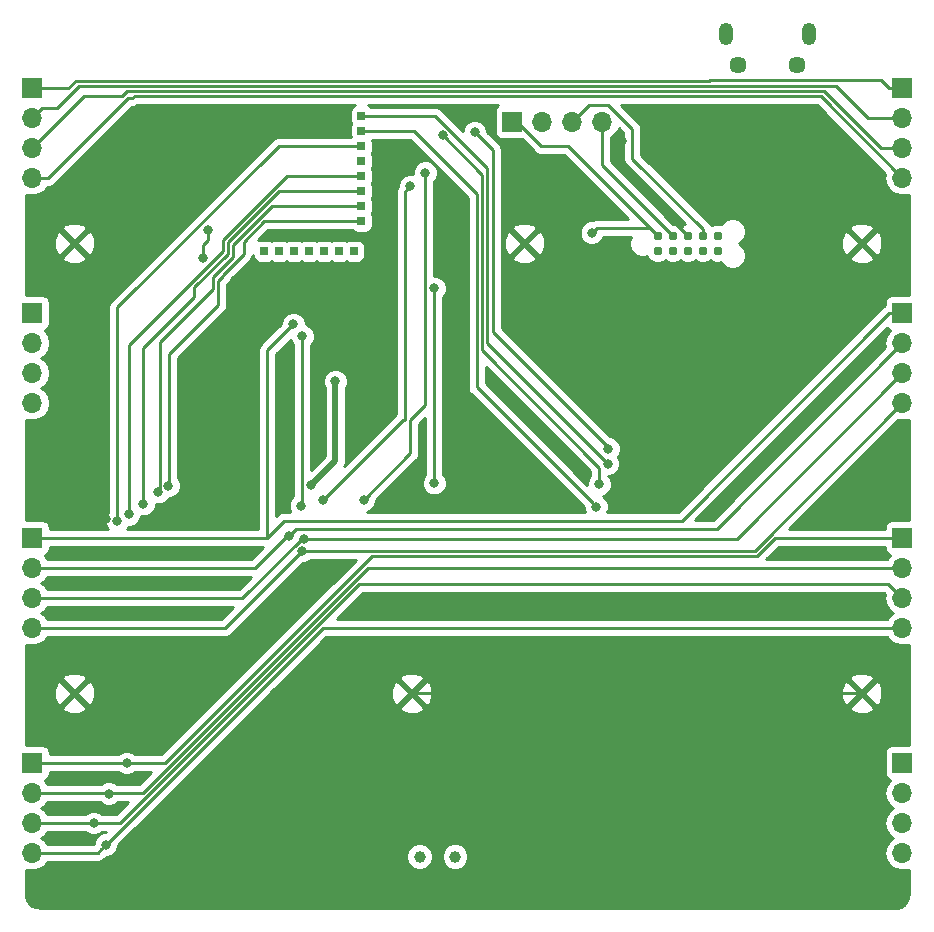
<source format=gbr>
G04 #@! TF.GenerationSoftware,KiCad,Pcbnew,(5.0.0)*
G04 #@! TF.CreationDate,2019-02-01T23:10:10-06:00*
G04 #@! TF.ProjectId,4x4_backpack,3478345F6261636B7061636B2E6B6963,rev?*
G04 #@! TF.SameCoordinates,Original*
G04 #@! TF.FileFunction,Copper,L2,Bot,Signal*
G04 #@! TF.FilePolarity,Positive*
%FSLAX46Y46*%
G04 Gerber Fmt 4.6, Leading zero omitted, Abs format (unit mm)*
G04 Created by KiCad (PCBNEW (5.0.0)) date 02/01/19 23:10:10*
%MOMM*%
%LPD*%
G01*
G04 APERTURE LIST*
G04 #@! TA.AperFunction,ComponentPad*
%ADD10C,1.450000*%
G04 #@! TD*
G04 #@! TA.AperFunction,ComponentPad*
%ADD11O,1.200000X1.900000*%
G04 #@! TD*
G04 #@! TA.AperFunction,ComponentPad*
%ADD12R,1.700000X1.700000*%
G04 #@! TD*
G04 #@! TA.AperFunction,ComponentPad*
%ADD13O,1.700000X1.700000*%
G04 #@! TD*
G04 #@! TA.AperFunction,WasherPad*
%ADD14C,1.000000*%
G04 #@! TD*
G04 #@! TA.AperFunction,ConnectorPad*
%ADD15C,0.787400*%
G04 #@! TD*
G04 #@! TA.AperFunction,ComponentPad*
%ADD16R,0.635000X0.635000*%
G04 #@! TD*
G04 #@! TA.AperFunction,ViaPad*
%ADD17C,0.800000*%
G04 #@! TD*
G04 #@! TA.AperFunction,Conductor*
%ADD18C,0.250000*%
G04 #@! TD*
G04 #@! TA.AperFunction,Conductor*
%ADD19C,0.500000*%
G04 #@! TD*
G04 #@! TA.AperFunction,Conductor*
%ADD20C,0.254000*%
G04 #@! TD*
G04 APERTURE END LIST*
D10*
G04 #@! TO.P,J17,6*
G04 #@! TO.N,Net-(J17-Pad6)*
X142200000Y-80329500D03*
X137200000Y-80329500D03*
D11*
X143200000Y-77629500D03*
X136200000Y-77629500D03*
G04 #@! TD*
D12*
G04 #@! TO.P,J1,1*
G04 #@! TO.N,ROW1*
X77470000Y-82232500D03*
D13*
G04 #@! TO.P,J1,2*
G04 #@! TO.N,ROW2*
X77470000Y-84772500D03*
G04 #@! TO.P,J1,3*
G04 #@! TO.N,ROW3*
X77470000Y-87312500D03*
G04 #@! TO.P,J1,4*
G04 #@! TO.N,ROW4*
X77470000Y-89852500D03*
G04 #@! TD*
G04 #@! TO.P,J2,4*
G04 #@! TO.N,COL4*
X77470000Y-108902500D03*
G04 #@! TO.P,J2,3*
G04 #@! TO.N,COL3*
X77470000Y-106362500D03*
G04 #@! TO.P,J2,2*
G04 #@! TO.N,COL2*
X77470000Y-103822500D03*
D12*
G04 #@! TO.P,J2,1*
G04 #@! TO.N,COL1*
X77470000Y-101282500D03*
G04 #@! TD*
G04 #@! TO.P,J3,1*
G04 #@! TO.N,COL5*
X77470000Y-120332500D03*
D13*
G04 #@! TO.P,J3,2*
G04 #@! TO.N,COL6*
X77470000Y-122872500D03*
G04 #@! TO.P,J3,3*
G04 #@! TO.N,COL7*
X77470000Y-125412500D03*
G04 #@! TO.P,J3,4*
G04 #@! TO.N,COL8*
X77470000Y-127952500D03*
G04 #@! TD*
G04 #@! TO.P,J4,4*
G04 #@! TO.N,COL12*
X77470000Y-147002500D03*
G04 #@! TO.P,J4,3*
G04 #@! TO.N,COL11*
X77470000Y-144462500D03*
G04 #@! TO.P,J4,2*
G04 #@! TO.N,COL10*
X77470000Y-141922500D03*
D12*
G04 #@! TO.P,J4,1*
G04 #@! TO.N,COL9*
X77470000Y-139382500D03*
G04 #@! TD*
G04 #@! TO.P,J5,1*
G04 #@! TO.N,ROW1*
X151130000Y-82232500D03*
D13*
G04 #@! TO.P,J5,2*
G04 #@! TO.N,ROW2*
X151130000Y-84772500D03*
G04 #@! TO.P,J5,3*
G04 #@! TO.N,ROW3*
X151130000Y-87312500D03*
G04 #@! TO.P,J5,4*
G04 #@! TO.N,ROW4*
X151130000Y-89852500D03*
G04 #@! TD*
G04 #@! TO.P,J6,4*
G04 #@! TO.N,COL8*
X151130000Y-108902500D03*
G04 #@! TO.P,J6,3*
G04 #@! TO.N,COL7*
X151130000Y-106362500D03*
G04 #@! TO.P,J6,2*
G04 #@! TO.N,COL6*
X151130000Y-103822500D03*
D12*
G04 #@! TO.P,J6,1*
G04 #@! TO.N,COL5*
X151130000Y-101282500D03*
G04 #@! TD*
G04 #@! TO.P,J7,1*
G04 #@! TO.N,COL9*
X151130000Y-120332500D03*
D13*
G04 #@! TO.P,J7,2*
G04 #@! TO.N,COL10*
X151130000Y-122872500D03*
G04 #@! TO.P,J7,3*
G04 #@! TO.N,COL11*
X151130000Y-125412500D03*
G04 #@! TO.P,J7,4*
G04 #@! TO.N,COL12*
X151130000Y-127952500D03*
G04 #@! TD*
G04 #@! TO.P,J8,4*
G04 #@! TO.N,COL16*
X151130000Y-147002500D03*
G04 #@! TO.P,J8,3*
G04 #@! TO.N,COL15*
X151130000Y-144462500D03*
G04 #@! TO.P,J8,2*
G04 #@! TO.N,COL14*
X151130000Y-141922500D03*
D12*
G04 #@! TO.P,J8,1*
G04 #@! TO.N,COL13*
X151130000Y-139382500D03*
G04 #@! TD*
G04 #@! TO.P,J9,1*
G04 #@! TO.N,VCC*
X118110000Y-85090000D03*
D13*
G04 #@! TO.P,J9,2*
G04 #@! TO.N,GND*
X120650000Y-85090000D03*
G04 #@! TO.P,J9,3*
G04 #@! TO.N,SWDCLK*
X123190000Y-85090000D03*
G04 #@! TO.P,J9,4*
G04 #@! TO.N,SWDIO*
X125730000Y-85090000D03*
G04 #@! TD*
D14*
G04 #@! TO.P,SW1,*
G04 #@! TO.N,*
X110260000Y-147320000D03*
X113260000Y-147320000D03*
G04 #@! TD*
D15*
G04 #@! TO.P,J10,1*
G04 #@! TO.N,VCC*
X130429000Y-94742000D03*
G04 #@! TO.P,J10,2*
G04 #@! TO.N,SWDIO*
X131699000Y-94742000D03*
G04 #@! TO.P,J10,3*
G04 #@! TO.N,GND*
X132969000Y-94742000D03*
G04 #@! TO.P,J10,4*
G04 #@! TO.N,SWDCLK*
X134239000Y-94742000D03*
G04 #@! TO.P,J10,5*
G04 #@! TO.N,N/C*
X135509000Y-94742000D03*
G04 #@! TO.P,J10,6*
X135509000Y-96012000D03*
G04 #@! TO.P,J10,7*
X134239000Y-96012000D03*
G04 #@! TO.P,J10,8*
X132969000Y-96012000D03*
G04 #@! TO.P,J10,9*
X131699000Y-96012000D03*
G04 #@! TO.P,J10,10*
X130429000Y-96012000D03*
G04 #@! TD*
D16*
G04 #@! TO.P,U1,42*
G04 #@! TO.N,COL14*
X105339000Y-84620000D03*
G04 #@! TO.P,U1,40*
G04 #@! TO.N,COL16*
X105339000Y-85890000D03*
G04 #@! TO.P,U1,38*
G04 #@! TO.N,/P1.02*
X105339000Y-87160000D03*
G04 #@! TO.P,U1,36*
G04 #@! TO.N,N/C*
X105339000Y-88430000D03*
G04 #@! TO.P,U1,34*
G04 #@! TO.N,COL9*
X105339000Y-89700000D03*
G04 #@! TO.P,U1,32*
G04 #@! TO.N,COL10*
X105339000Y-90970000D03*
G04 #@! TO.P,U1,30*
G04 #@! TO.N,COL11*
X105339000Y-92240000D03*
G04 #@! TO.P,U1,28*
G04 #@! TO.N,COL12*
X105339000Y-93510000D03*
G04 #@! TO.P,U1,12*
G04 #@! TO.N,N/C*
X97084000Y-96050000D03*
G04 #@! TO.P,U1,14*
X98354000Y-96050000D03*
G04 #@! TO.P,U1,16*
X99624000Y-96050000D03*
G04 #@! TO.P,U1,24*
X104704000Y-96050000D03*
G04 #@! TO.P,U1,22*
X103434000Y-96050000D03*
G04 #@! TO.P,U1,20*
X102164000Y-96050000D03*
G04 #@! TO.P,U1,18*
X100894000Y-96050000D03*
G04 #@! TD*
D17*
G04 #@! TO.N,GND*
X132334000Y-139319000D03*
X132334000Y-141605000D03*
X129921000Y-139319000D03*
G04 #@! TO.N,COL5*
X99568000Y-102235000D03*
G04 #@! TO.N,COL6*
X100330000Y-103251000D03*
X99187000Y-120142002D03*
X100203000Y-117602000D03*
G04 #@! TO.N,COL7*
X109474000Y-90551000D03*
X102108000Y-117094000D03*
X100457000Y-120396000D03*
G04 #@! TO.N,COL8*
X110744000Y-89408000D03*
X105537000Y-117094000D03*
X100330000Y-121412006D03*
G04 #@! TO.N,COL12*
X88990000Y-115904299D03*
X83693000Y-146304000D03*
G04 #@! TO.N,COL11*
X88138000Y-116459000D03*
X82677000Y-144462500D03*
G04 #@! TO.N,COL10*
X86868000Y-117475000D03*
X83947000Y-141986006D03*
G04 #@! TO.N,COL9*
X85471000Y-139382500D03*
X85642157Y-118337816D03*
G04 #@! TO.N,COL16*
X125224990Y-117678393D03*
G04 #@! TO.N,COL15*
X112210629Y-86254946D03*
X125482834Y-115789417D03*
G04 #@! TO.N,COL14*
X126207844Y-114058924D03*
G04 #@! TO.N,COL13*
X114935000Y-85979000D03*
X126238000Y-112776000D03*
G04 #@! TO.N,GND*
X127381000Y-86740998D03*
X91821000Y-89027000D03*
X90043000Y-89027000D03*
X88265000Y-89027000D03*
X86741000Y-89027000D03*
X98806000Y-109474000D03*
X98806000Y-111633000D03*
X98806000Y-112776000D03*
X91567000Y-121539000D03*
X95250000Y-121539000D03*
X91440000Y-124206000D03*
X94361000Y-124206000D03*
X80772000Y-121539000D03*
X83439000Y-121539000D03*
X80772000Y-123952000D03*
X83566000Y-123952000D03*
X81026000Y-126746000D03*
X83820000Y-126746000D03*
X96012000Y-118999000D03*
X96139000Y-116205000D03*
X90805000Y-119126000D03*
X91059000Y-116205000D03*
X137160000Y-104394000D03*
X132080000Y-99060000D03*
X127000000Y-107823000D03*
X123317000Y-107696000D03*
X125222000Y-109601000D03*
X121920000Y-104140000D03*
X119380000Y-104140000D03*
X119380000Y-101600000D03*
X117856000Y-99060000D03*
X136144000Y-98425000D03*
X127381000Y-95377000D03*
X133223000Y-115316000D03*
X128143000Y-111887000D03*
X135763000Y-112649000D03*
X140081000Y-108204000D03*
X145796000Y-102997000D03*
X148717000Y-100457000D03*
X129794000Y-141605000D03*
X131064000Y-140462002D03*
X115443000Y-129540000D03*
X115443000Y-138430000D03*
X124206000Y-129286000D03*
X111379000Y-129540000D03*
X106680000Y-129159000D03*
X94869000Y-140589000D03*
X103251000Y-123063000D03*
X90805000Y-129667000D03*
X90424000Y-135890000D03*
X96647000Y-129540000D03*
X80518000Y-118745000D03*
X83693000Y-118745000D03*
X80645000Y-129286000D03*
X83820000Y-129286000D03*
X80391000Y-137795000D03*
X83058000Y-137795000D03*
X80391000Y-140589000D03*
X82804000Y-140462000D03*
X80391000Y-143383000D03*
X80264000Y-145796000D03*
X105156000Y-126111000D03*
X108585000Y-126111000D03*
X115697000Y-126111000D03*
X130429000Y-125984000D03*
X123063000Y-125984000D03*
X138938000Y-125984000D03*
X148463000Y-126111000D03*
X148844000Y-121539000D03*
X141351000Y-121666000D03*
X142494000Y-119253000D03*
X150622000Y-117348000D03*
X150749000Y-111379000D03*
X148336000Y-104648000D03*
X135509000Y-117602000D03*
X117221000Y-107950000D03*
X121920000Y-112649000D03*
X118364000Y-91821000D03*
X124841000Y-91948000D03*
X142113000Y-84709000D03*
X144272000Y-85725000D03*
X142240000Y-87630000D03*
X86106000Y-145923000D03*
X98679000Y-140589000D03*
G04 #@! TO.N,VCC*
X124841000Y-94488000D03*
X101092000Y-115824000D03*
X103123996Y-107061000D03*
G04 #@! TO.N,RESET*
X111506000Y-115697000D03*
X111506000Y-99186999D03*
G04 #@! TO.N,/P0.31*
X92329000Y-94234000D03*
X91948000Y-96647000D03*
G04 #@! TO.N,/P1.02*
X84679396Y-118909399D03*
G04 #@! TD*
D18*
G04 #@! TO.N,ROW1*
X150030000Y-82232500D02*
X151130000Y-82232500D01*
X81145374Y-81605010D02*
X134754626Y-81605010D01*
X134754626Y-81605010D02*
X134825636Y-81534000D01*
X80517884Y-82232500D02*
X81145374Y-81605010D01*
X134825636Y-81534000D02*
X149331500Y-81534000D01*
X149331500Y-81534000D02*
X150030000Y-82232500D01*
X77470000Y-82232500D02*
X80517884Y-82232500D01*
G04 #@! TO.N,ROW2*
X145530980Y-82042000D02*
X148261480Y-84772500D01*
X134954047Y-82042000D02*
X145530980Y-82042000D01*
X134941026Y-82055021D02*
X134954047Y-82042000D01*
X79526499Y-83922501D02*
X81393979Y-82055021D01*
X78319999Y-83922501D02*
X79526499Y-83922501D01*
X77470000Y-84772500D02*
X78319999Y-83922501D01*
X81393979Y-82055021D02*
X134941026Y-82055021D01*
X148261480Y-84772500D02*
X151130000Y-84772500D01*
G04 #@! TO.N,ROW3*
X149927919Y-87312500D02*
X151130000Y-87312500D01*
X81851500Y-82931000D02*
X85090000Y-82931000D01*
X77470000Y-87312500D02*
X81851500Y-82931000D01*
X85090000Y-82931000D02*
X85515969Y-82505031D01*
X85515969Y-82505031D02*
X144481031Y-82505031D01*
X144481031Y-82505031D02*
X149288500Y-87312500D01*
X149288500Y-87312500D02*
X149927919Y-87312500D01*
G04 #@! TO.N,ROW4*
X144232541Y-82955041D02*
X151130000Y-89852500D01*
X86081959Y-82955041D02*
X144232541Y-82955041D01*
X85979000Y-83058000D02*
X86081959Y-82955041D01*
X85599410Y-83058000D02*
X85979000Y-83058000D01*
X77470000Y-89852500D02*
X78804910Y-89852500D01*
X78804910Y-89852500D02*
X85599410Y-83058000D01*
G04 #@! TO.N,COL5*
X77470000Y-120332500D02*
X97345500Y-120332500D01*
X97345500Y-104457500D02*
X97345500Y-120332500D01*
X99568000Y-102235000D02*
X97345500Y-104457500D01*
X98806000Y-118872000D02*
X97345500Y-120332500D01*
X132440500Y-118872000D02*
X98806000Y-118872000D01*
X151130000Y-101282500D02*
X150030000Y-101282500D01*
X150030000Y-101282500D02*
X132440500Y-118872000D01*
G04 #@! TO.N,COL6*
X96329502Y-122872500D02*
X77470000Y-122872500D01*
X99060002Y-120142002D02*
X96329502Y-122872500D01*
X99187000Y-120142002D02*
X99060002Y-120142002D01*
X135408501Y-119543999D02*
X99785003Y-119543999D01*
X99586999Y-119742003D02*
X99187000Y-120142002D01*
X99785003Y-119543999D02*
X99586999Y-119742003D01*
X151130000Y-103822500D02*
X135408501Y-119543999D01*
X100330000Y-103251000D02*
X100330000Y-117475000D01*
X100330000Y-117475000D02*
X100203000Y-117602000D01*
G04 #@! TO.N,COL7*
X109023991Y-91001009D02*
X109023991Y-110305009D01*
X109474000Y-90551000D02*
X109023991Y-91001009D01*
X109023991Y-110305009D02*
X108896991Y-110305009D01*
X108896991Y-110305009D02*
X102108000Y-117094000D01*
X101022685Y-120396000D02*
X100457000Y-120396000D01*
X137096500Y-120396000D02*
X101022685Y-120396000D01*
X151130000Y-106362500D02*
X137096500Y-120396000D01*
X100272998Y-120396000D02*
X100457000Y-120396000D01*
X95256498Y-125412500D02*
X100272998Y-120396000D01*
X77470000Y-125412500D02*
X95256498Y-125412500D01*
G04 #@! TO.N,COL8*
X110744000Y-109091590D02*
X109474000Y-110361590D01*
X110744000Y-89408000D02*
X110744000Y-109091590D01*
X109474000Y-110361590D02*
X109474000Y-113157000D01*
X109474000Y-113157000D02*
X105537000Y-117094000D01*
X93789506Y-127952500D02*
X99930001Y-121812005D01*
X99930001Y-121812005D02*
X100330000Y-121412006D01*
X77470000Y-127952500D02*
X93789506Y-127952500D01*
X138620494Y-121412006D02*
X100895685Y-121412006D01*
X151130000Y-108902500D02*
X138620494Y-121412006D01*
X100895685Y-121412006D02*
X100330000Y-121412006D01*
G04 #@! TO.N,COL12*
X89027000Y-104775000D02*
X89027000Y-115867299D01*
X89027000Y-115867299D02*
X88990000Y-115904299D01*
X95377000Y-96266000D02*
X93599000Y-98044000D01*
X93218000Y-98552000D02*
X93218000Y-100584000D01*
X93599000Y-98044000D02*
X93599000Y-98171000D01*
X93218000Y-100584000D02*
X89027000Y-104775000D01*
X93599000Y-98171000D02*
X93218000Y-98552000D01*
X95377000Y-95250000D02*
X95377000Y-96266000D01*
X105339000Y-93510000D02*
X97117000Y-93510000D01*
X97117000Y-93510000D02*
X95377000Y-95250000D01*
X84092999Y-145904001D02*
X83693000Y-146304000D01*
X83293001Y-146703999D02*
X83693000Y-146304000D01*
X82994500Y-147002500D02*
X83293001Y-146703999D01*
X151130000Y-127952500D02*
X102048732Y-127952500D01*
X102048732Y-127952500D02*
X84097231Y-145904001D01*
X77470000Y-147002500D02*
X82994500Y-147002500D01*
X84097231Y-145904001D02*
X84092999Y-145904001D01*
G04 #@! TO.N,COL11*
X84902322Y-144462500D02*
X105158821Y-124206000D01*
X105158821Y-124206000D02*
X149923500Y-124206000D01*
X150280001Y-124562501D02*
X151130000Y-125412500D01*
X149923500Y-124206000D02*
X150280001Y-124562501D01*
X97750589Y-92240000D02*
X94499022Y-95491567D01*
X105339000Y-92240000D02*
X97750589Y-92240000D01*
X94499022Y-95491567D02*
X94499022Y-96507567D01*
X92767989Y-99256011D02*
X88265000Y-103759000D01*
X92767989Y-98238600D02*
X92767989Y-99256011D01*
X94499022Y-96507567D02*
X92767989Y-98238600D01*
X88265000Y-103759000D02*
X88265000Y-116332000D01*
X88265000Y-116332000D02*
X88138000Y-116459000D01*
X77470000Y-144462500D02*
X82677000Y-144462500D01*
X82677000Y-144462500D02*
X84902322Y-144462500D01*
G04 #@! TO.N,COL10*
X86805910Y-141922500D02*
X78672081Y-141922500D01*
X78672081Y-141922500D02*
X77470000Y-141922500D01*
X105855910Y-122872500D02*
X86805910Y-141922500D01*
X151130000Y-122872500D02*
X105855910Y-122872500D01*
X91186000Y-99949000D02*
X86868000Y-104267000D01*
X94049011Y-95305167D02*
X94049011Y-96255402D01*
X98384178Y-90970000D02*
X94049011Y-95305167D01*
X105339000Y-90970000D02*
X98384178Y-90970000D01*
X94049011Y-96255402D02*
X91186000Y-99118412D01*
X91186000Y-99118412D02*
X91186000Y-99949000D01*
X86868000Y-104267000D02*
X86868000Y-117475000D01*
G04 #@! TO.N,COL9*
X106229989Y-121862011D02*
X88709500Y-139382500D01*
X151130000Y-120332500D02*
X140336411Y-120332500D01*
X138806900Y-121862011D02*
X106229989Y-121862011D01*
X140336411Y-120332500D02*
X138806900Y-121862011D01*
X88709500Y-139382500D02*
X85471000Y-139382500D01*
X85471000Y-139382500D02*
X77470000Y-139382500D01*
X105339000Y-89700000D02*
X99017767Y-89700000D01*
X99017767Y-89700000D02*
X93599000Y-95118767D01*
X93599000Y-96069002D02*
X85642157Y-104025845D01*
X85642157Y-104025845D02*
X85642157Y-117772131D01*
X85642157Y-117772131D02*
X85642157Y-118337816D01*
X93599000Y-95118767D02*
X93599000Y-96069002D01*
G04 #@! TO.N,COL16*
X115108967Y-107562370D02*
X124824991Y-117278394D01*
X109766000Y-85890000D02*
X115108967Y-91232967D01*
X115108967Y-91232967D02*
X115108967Y-107562370D01*
X124824991Y-117278394D02*
X125224990Y-117678393D01*
X105339000Y-85890000D02*
X109766000Y-85890000D01*
G04 #@! TO.N,COL15*
X115558978Y-89603295D02*
X115558978Y-104461613D01*
X125482834Y-115223732D02*
X125482834Y-115789417D01*
X115558978Y-104461613D02*
X125482834Y-114385469D01*
X112210629Y-86254946D02*
X115558978Y-89603295D01*
X125482834Y-114385469D02*
X125482834Y-115223732D01*
G04 #@! TO.N,COL14*
X125807845Y-113658925D02*
X126207844Y-114058924D01*
X116008989Y-103860069D02*
X125807845Y-113658925D01*
X116008989Y-89027987D02*
X116008989Y-103860069D01*
X105339000Y-84620000D02*
X111601002Y-84620000D01*
X111601002Y-84620000D02*
X116008989Y-89027987D01*
G04 #@! TO.N,COL13*
X126301500Y-112712500D02*
X126238000Y-112776000D01*
X116459000Y-102870000D02*
X126301500Y-112712500D01*
X114935000Y-85979000D02*
X116459000Y-87503000D01*
X116459000Y-87503000D02*
X116459000Y-102870000D01*
G04 #@! TO.N,GND*
X147701000Y-133477000D02*
X109601000Y-133477000D01*
X127381000Y-87306683D02*
X127381000Y-86740998D01*
X127381000Y-89154000D02*
X127381000Y-87306683D01*
X132969000Y-94742000D02*
X127381000Y-89154000D01*
G04 #@! TO.N,VCC*
X118491000Y-85090000D02*
X118110000Y-85090000D01*
X120523000Y-87122000D02*
X118491000Y-85090000D01*
X130429000Y-94742000D02*
X122809000Y-87122000D01*
X122809000Y-87122000D02*
X120523000Y-87122000D01*
X130035301Y-94348301D02*
X130429000Y-94742000D01*
X129775001Y-94088001D02*
X130035301Y-94348301D01*
X125240999Y-94088001D02*
X129775001Y-94088001D01*
X124841000Y-94488000D02*
X125240999Y-94088001D01*
D19*
X103123996Y-113792004D02*
X103123996Y-107626685D01*
X103123996Y-107626685D02*
X103123996Y-107061000D01*
X101092000Y-115824000D02*
X103123996Y-113792004D01*
D18*
G04 #@! TO.N,RESET*
X111506000Y-115697000D02*
X111506000Y-99186999D01*
G04 #@! TO.N,SWDCLK*
X123190000Y-85090000D02*
X123190000Y-85725000D01*
X134239000Y-94185225D02*
X134239000Y-94742000D01*
X128270000Y-88216225D02*
X134239000Y-94185225D01*
X128270000Y-85725000D02*
X128270000Y-88216225D01*
X126238000Y-83693000D02*
X128270000Y-85725000D01*
X123190000Y-85090000D02*
X124587000Y-83693000D01*
X124587000Y-83693000D02*
X126238000Y-83693000D01*
G04 #@! TO.N,SWDIO*
X125730000Y-85090000D02*
X125730000Y-85725000D01*
X125730000Y-88773000D02*
X125730000Y-85090000D01*
X131699000Y-94742000D02*
X125730000Y-88773000D01*
G04 #@! TO.N,/P0.31*
X91948000Y-95504000D02*
X91948000Y-96647000D01*
X92329000Y-94234000D02*
X92329000Y-95123000D01*
X92329000Y-95123000D02*
X91948000Y-95504000D01*
G04 #@! TO.N,/P1.02*
X84679396Y-100810602D02*
X84679396Y-118909399D01*
X105339000Y-87160000D02*
X98329998Y-87160000D01*
X98329998Y-87160000D02*
X84679396Y-100810602D01*
G04 #@! TD*
D20*
G04 #@! TO.N,GND*
G36*
X150059375Y-129023125D02*
X150550582Y-129351339D01*
X150983744Y-129437500D01*
X151276256Y-129437500D01*
X151690000Y-129355201D01*
X151690000Y-137885060D01*
X150280000Y-137885060D01*
X150032235Y-137934343D01*
X149822191Y-138074691D01*
X149681843Y-138284735D01*
X149632560Y-138532500D01*
X149632560Y-140232500D01*
X149681843Y-140480265D01*
X149822191Y-140690309D01*
X150032235Y-140830657D01*
X150077619Y-140839684D01*
X150059375Y-140851875D01*
X149731161Y-141343082D01*
X149615908Y-141922500D01*
X149731161Y-142501918D01*
X150059375Y-142993125D01*
X150357761Y-143192500D01*
X150059375Y-143391875D01*
X149731161Y-143883082D01*
X149615908Y-144462500D01*
X149731161Y-145041918D01*
X150059375Y-145533125D01*
X150357761Y-145732500D01*
X150059375Y-145931875D01*
X149731161Y-146423082D01*
X149615908Y-147002500D01*
X149731161Y-147581918D01*
X150059375Y-148073125D01*
X150550582Y-148401339D01*
X150983744Y-148487500D01*
X151276256Y-148487500D01*
X151690000Y-148405201D01*
X151690000Y-150328773D01*
X151673751Y-150381922D01*
X151672423Y-150390803D01*
X151610774Y-150821276D01*
X151474352Y-151121322D01*
X151259200Y-151371018D01*
X150982614Y-151550292D01*
X150642479Y-151652013D01*
X150440530Y-151667021D01*
X150336016Y-151690000D01*
X78271227Y-151690000D01*
X78218078Y-151673751D01*
X78209197Y-151672423D01*
X77778724Y-151610774D01*
X77478678Y-151474352D01*
X77228982Y-151259200D01*
X77049708Y-150982614D01*
X76947987Y-150642479D01*
X76932979Y-150440530D01*
X76910000Y-150336016D01*
X76910000Y-148405201D01*
X77323744Y-148487500D01*
X77616256Y-148487500D01*
X78049418Y-148401339D01*
X78540625Y-148073125D01*
X78748178Y-147762500D01*
X82919653Y-147762500D01*
X82994500Y-147777388D01*
X83069347Y-147762500D01*
X83069352Y-147762500D01*
X83291037Y-147718404D01*
X83542429Y-147550429D01*
X83584831Y-147486970D01*
X83732801Y-147339000D01*
X83898874Y-147339000D01*
X84279280Y-147181431D01*
X84366477Y-147094234D01*
X109125000Y-147094234D01*
X109125000Y-147545766D01*
X109297793Y-147962926D01*
X109617074Y-148282207D01*
X110034234Y-148455000D01*
X110485766Y-148455000D01*
X110902926Y-148282207D01*
X111222207Y-147962926D01*
X111395000Y-147545766D01*
X111395000Y-147094234D01*
X112125000Y-147094234D01*
X112125000Y-147545766D01*
X112297793Y-147962926D01*
X112617074Y-148282207D01*
X113034234Y-148455000D01*
X113485766Y-148455000D01*
X113902926Y-148282207D01*
X114222207Y-147962926D01*
X114395000Y-147545766D01*
X114395000Y-147094234D01*
X114222207Y-146677074D01*
X113902926Y-146357793D01*
X113485766Y-146185000D01*
X113034234Y-146185000D01*
X112617074Y-146357793D01*
X112297793Y-146677074D01*
X112125000Y-147094234D01*
X111395000Y-147094234D01*
X111222207Y-146677074D01*
X110902926Y-146357793D01*
X110485766Y-146185000D01*
X110034234Y-146185000D01*
X109617074Y-146357793D01*
X109297793Y-146677074D01*
X109125000Y-147094234D01*
X84366477Y-147094234D01*
X84570431Y-146890280D01*
X84728000Y-146509874D01*
X84728000Y-146348033D01*
X96374165Y-134701868D01*
X108555737Y-134701868D01*
X108666641Y-134979099D01*
X109312593Y-135222323D01*
X110002453Y-135199836D01*
X110535359Y-134979099D01*
X110646263Y-134701868D01*
X146655737Y-134701868D01*
X146766641Y-134979099D01*
X147412593Y-135222323D01*
X148102453Y-135199836D01*
X148635359Y-134979099D01*
X148746263Y-134701868D01*
X147701000Y-133656605D01*
X146655737Y-134701868D01*
X110646263Y-134701868D01*
X109601000Y-133656605D01*
X108555737Y-134701868D01*
X96374165Y-134701868D01*
X97887440Y-133188593D01*
X107855677Y-133188593D01*
X107878164Y-133878453D01*
X108098901Y-134411359D01*
X108376132Y-134522263D01*
X109421395Y-133477000D01*
X109780605Y-133477000D01*
X110825868Y-134522263D01*
X111103099Y-134411359D01*
X111346323Y-133765407D01*
X111327521Y-133188593D01*
X145955677Y-133188593D01*
X145978164Y-133878453D01*
X146198901Y-134411359D01*
X146476132Y-134522263D01*
X147521395Y-133477000D01*
X147880605Y-133477000D01*
X148925868Y-134522263D01*
X149203099Y-134411359D01*
X149446323Y-133765407D01*
X149423836Y-133075547D01*
X149203099Y-132542641D01*
X148925868Y-132431737D01*
X147880605Y-133477000D01*
X147521395Y-133477000D01*
X146476132Y-132431737D01*
X146198901Y-132542641D01*
X145955677Y-133188593D01*
X111327521Y-133188593D01*
X111323836Y-133075547D01*
X111103099Y-132542641D01*
X110825868Y-132431737D01*
X109780605Y-133477000D01*
X109421395Y-133477000D01*
X108376132Y-132431737D01*
X108098901Y-132542641D01*
X107855677Y-133188593D01*
X97887440Y-133188593D01*
X98823901Y-132252132D01*
X108555737Y-132252132D01*
X109601000Y-133297395D01*
X110646263Y-132252132D01*
X146655737Y-132252132D01*
X147701000Y-133297395D01*
X148746263Y-132252132D01*
X148635359Y-131974901D01*
X147989407Y-131731677D01*
X147299547Y-131754164D01*
X146766641Y-131974901D01*
X146655737Y-132252132D01*
X110646263Y-132252132D01*
X110535359Y-131974901D01*
X109889407Y-131731677D01*
X109199547Y-131754164D01*
X108666641Y-131974901D01*
X108555737Y-132252132D01*
X98823901Y-132252132D01*
X102363534Y-128712500D01*
X149851822Y-128712500D01*
X150059375Y-129023125D01*
X150059375Y-129023125D01*
G37*
X150059375Y-129023125D02*
X150550582Y-129351339D01*
X150983744Y-129437500D01*
X151276256Y-129437500D01*
X151690000Y-129355201D01*
X151690000Y-137885060D01*
X150280000Y-137885060D01*
X150032235Y-137934343D01*
X149822191Y-138074691D01*
X149681843Y-138284735D01*
X149632560Y-138532500D01*
X149632560Y-140232500D01*
X149681843Y-140480265D01*
X149822191Y-140690309D01*
X150032235Y-140830657D01*
X150077619Y-140839684D01*
X150059375Y-140851875D01*
X149731161Y-141343082D01*
X149615908Y-141922500D01*
X149731161Y-142501918D01*
X150059375Y-142993125D01*
X150357761Y-143192500D01*
X150059375Y-143391875D01*
X149731161Y-143883082D01*
X149615908Y-144462500D01*
X149731161Y-145041918D01*
X150059375Y-145533125D01*
X150357761Y-145732500D01*
X150059375Y-145931875D01*
X149731161Y-146423082D01*
X149615908Y-147002500D01*
X149731161Y-147581918D01*
X150059375Y-148073125D01*
X150550582Y-148401339D01*
X150983744Y-148487500D01*
X151276256Y-148487500D01*
X151690000Y-148405201D01*
X151690000Y-150328773D01*
X151673751Y-150381922D01*
X151672423Y-150390803D01*
X151610774Y-150821276D01*
X151474352Y-151121322D01*
X151259200Y-151371018D01*
X150982614Y-151550292D01*
X150642479Y-151652013D01*
X150440530Y-151667021D01*
X150336016Y-151690000D01*
X78271227Y-151690000D01*
X78218078Y-151673751D01*
X78209197Y-151672423D01*
X77778724Y-151610774D01*
X77478678Y-151474352D01*
X77228982Y-151259200D01*
X77049708Y-150982614D01*
X76947987Y-150642479D01*
X76932979Y-150440530D01*
X76910000Y-150336016D01*
X76910000Y-148405201D01*
X77323744Y-148487500D01*
X77616256Y-148487500D01*
X78049418Y-148401339D01*
X78540625Y-148073125D01*
X78748178Y-147762500D01*
X82919653Y-147762500D01*
X82994500Y-147777388D01*
X83069347Y-147762500D01*
X83069352Y-147762500D01*
X83291037Y-147718404D01*
X83542429Y-147550429D01*
X83584831Y-147486970D01*
X83732801Y-147339000D01*
X83898874Y-147339000D01*
X84279280Y-147181431D01*
X84366477Y-147094234D01*
X109125000Y-147094234D01*
X109125000Y-147545766D01*
X109297793Y-147962926D01*
X109617074Y-148282207D01*
X110034234Y-148455000D01*
X110485766Y-148455000D01*
X110902926Y-148282207D01*
X111222207Y-147962926D01*
X111395000Y-147545766D01*
X111395000Y-147094234D01*
X112125000Y-147094234D01*
X112125000Y-147545766D01*
X112297793Y-147962926D01*
X112617074Y-148282207D01*
X113034234Y-148455000D01*
X113485766Y-148455000D01*
X113902926Y-148282207D01*
X114222207Y-147962926D01*
X114395000Y-147545766D01*
X114395000Y-147094234D01*
X114222207Y-146677074D01*
X113902926Y-146357793D01*
X113485766Y-146185000D01*
X113034234Y-146185000D01*
X112617074Y-146357793D01*
X112297793Y-146677074D01*
X112125000Y-147094234D01*
X111395000Y-147094234D01*
X111222207Y-146677074D01*
X110902926Y-146357793D01*
X110485766Y-146185000D01*
X110034234Y-146185000D01*
X109617074Y-146357793D01*
X109297793Y-146677074D01*
X109125000Y-147094234D01*
X84366477Y-147094234D01*
X84570431Y-146890280D01*
X84728000Y-146509874D01*
X84728000Y-146348033D01*
X96374165Y-134701868D01*
X108555737Y-134701868D01*
X108666641Y-134979099D01*
X109312593Y-135222323D01*
X110002453Y-135199836D01*
X110535359Y-134979099D01*
X110646263Y-134701868D01*
X146655737Y-134701868D01*
X146766641Y-134979099D01*
X147412593Y-135222323D01*
X148102453Y-135199836D01*
X148635359Y-134979099D01*
X148746263Y-134701868D01*
X147701000Y-133656605D01*
X146655737Y-134701868D01*
X110646263Y-134701868D01*
X109601000Y-133656605D01*
X108555737Y-134701868D01*
X96374165Y-134701868D01*
X97887440Y-133188593D01*
X107855677Y-133188593D01*
X107878164Y-133878453D01*
X108098901Y-134411359D01*
X108376132Y-134522263D01*
X109421395Y-133477000D01*
X109780605Y-133477000D01*
X110825868Y-134522263D01*
X111103099Y-134411359D01*
X111346323Y-133765407D01*
X111327521Y-133188593D01*
X145955677Y-133188593D01*
X145978164Y-133878453D01*
X146198901Y-134411359D01*
X146476132Y-134522263D01*
X147521395Y-133477000D01*
X147880605Y-133477000D01*
X148925868Y-134522263D01*
X149203099Y-134411359D01*
X149446323Y-133765407D01*
X149423836Y-133075547D01*
X149203099Y-132542641D01*
X148925868Y-132431737D01*
X147880605Y-133477000D01*
X147521395Y-133477000D01*
X146476132Y-132431737D01*
X146198901Y-132542641D01*
X145955677Y-133188593D01*
X111327521Y-133188593D01*
X111323836Y-133075547D01*
X111103099Y-132542641D01*
X110825868Y-132431737D01*
X109780605Y-133477000D01*
X109421395Y-133477000D01*
X108376132Y-132431737D01*
X108098901Y-132542641D01*
X107855677Y-133188593D01*
X97887440Y-133188593D01*
X98823901Y-132252132D01*
X108555737Y-132252132D01*
X109601000Y-133297395D01*
X110646263Y-132252132D01*
X146655737Y-132252132D01*
X147701000Y-133297395D01*
X148746263Y-132252132D01*
X148635359Y-131974901D01*
X147989407Y-131731677D01*
X147299547Y-131754164D01*
X146766641Y-131974901D01*
X146655737Y-132252132D01*
X110646263Y-132252132D01*
X110535359Y-131974901D01*
X109889407Y-131731677D01*
X109199547Y-131754164D01*
X108666641Y-131974901D01*
X108555737Y-132252132D01*
X98823901Y-132252132D01*
X102363534Y-128712500D01*
X149851822Y-128712500D01*
X150059375Y-129023125D01*
G36*
X82090720Y-145339931D02*
X82471126Y-145497500D01*
X82882874Y-145497500D01*
X83263280Y-145339931D01*
X83380711Y-145222500D01*
X83703931Y-145222500D01*
X83657431Y-145269000D01*
X83487126Y-145269000D01*
X83106720Y-145426569D01*
X82815569Y-145717720D01*
X82658000Y-146098126D01*
X82658000Y-146242500D01*
X78748178Y-146242500D01*
X78540625Y-145931875D01*
X78242239Y-145732500D01*
X78540625Y-145533125D01*
X78748178Y-145222500D01*
X81973289Y-145222500D01*
X82090720Y-145339931D01*
X82090720Y-145339931D01*
G37*
X82090720Y-145339931D02*
X82471126Y-145497500D01*
X82882874Y-145497500D01*
X83263280Y-145339931D01*
X83380711Y-145222500D01*
X83703931Y-145222500D01*
X83657431Y-145269000D01*
X83487126Y-145269000D01*
X83106720Y-145426569D01*
X82815569Y-145717720D01*
X82658000Y-146098126D01*
X82658000Y-146242500D01*
X78748178Y-146242500D01*
X78540625Y-145931875D01*
X78242239Y-145732500D01*
X78540625Y-145533125D01*
X78748178Y-145222500D01*
X81973289Y-145222500D01*
X82090720Y-145339931D01*
G36*
X83360720Y-142863437D02*
X83741126Y-143021006D01*
X84152874Y-143021006D01*
X84533280Y-142863437D01*
X84714217Y-142682500D01*
X85607521Y-142682500D01*
X84587521Y-143702500D01*
X83380711Y-143702500D01*
X83263280Y-143585069D01*
X82882874Y-143427500D01*
X82471126Y-143427500D01*
X82090720Y-143585069D01*
X81973289Y-143702500D01*
X78748178Y-143702500D01*
X78540625Y-143391875D01*
X78242239Y-143192500D01*
X78540625Y-142993125D01*
X78748178Y-142682500D01*
X83179783Y-142682500D01*
X83360720Y-142863437D01*
X83360720Y-142863437D01*
G37*
X83360720Y-142863437D02*
X83741126Y-143021006D01*
X84152874Y-143021006D01*
X84533280Y-142863437D01*
X84714217Y-142682500D01*
X85607521Y-142682500D01*
X84587521Y-143702500D01*
X83380711Y-143702500D01*
X83263280Y-143585069D01*
X82882874Y-143427500D01*
X82471126Y-143427500D01*
X82090720Y-143585069D01*
X81973289Y-143702500D01*
X78748178Y-143702500D01*
X78540625Y-143391875D01*
X78242239Y-143192500D01*
X78540625Y-142993125D01*
X78748178Y-142682500D01*
X83179783Y-142682500D01*
X83360720Y-142863437D01*
G36*
X84884720Y-140259931D02*
X85265126Y-140417500D01*
X85676874Y-140417500D01*
X86057280Y-140259931D01*
X86174711Y-140142500D01*
X87511109Y-140142500D01*
X86491109Y-141162500D01*
X84587205Y-141162500D01*
X84533280Y-141108575D01*
X84152874Y-140951006D01*
X83741126Y-140951006D01*
X83360720Y-141108575D01*
X83306795Y-141162500D01*
X78748178Y-141162500D01*
X78540625Y-140851875D01*
X78522381Y-140839684D01*
X78567765Y-140830657D01*
X78777809Y-140690309D01*
X78918157Y-140480265D01*
X78967440Y-140232500D01*
X78967440Y-140142500D01*
X84767289Y-140142500D01*
X84884720Y-140259931D01*
X84884720Y-140259931D01*
G37*
X84884720Y-140259931D02*
X85265126Y-140417500D01*
X85676874Y-140417500D01*
X86057280Y-140259931D01*
X86174711Y-140142500D01*
X87511109Y-140142500D01*
X86491109Y-141162500D01*
X84587205Y-141162500D01*
X84533280Y-141108575D01*
X84152874Y-140951006D01*
X83741126Y-140951006D01*
X83360720Y-141108575D01*
X83306795Y-141162500D01*
X78748178Y-141162500D01*
X78540625Y-140851875D01*
X78522381Y-140839684D01*
X78567765Y-140830657D01*
X78777809Y-140690309D01*
X78918157Y-140480265D01*
X78967440Y-140232500D01*
X78967440Y-140142500D01*
X84767289Y-140142500D01*
X84884720Y-140259931D01*
G36*
X88394699Y-138622500D02*
X86174711Y-138622500D01*
X86057280Y-138505069D01*
X85676874Y-138347500D01*
X85265126Y-138347500D01*
X84884720Y-138505069D01*
X84767289Y-138622500D01*
X78967440Y-138622500D01*
X78967440Y-138532500D01*
X78918157Y-138284735D01*
X78777809Y-138074691D01*
X78567765Y-137934343D01*
X78320000Y-137885060D01*
X76910000Y-137885060D01*
X76910000Y-134701868D01*
X79980737Y-134701868D01*
X80091641Y-134979099D01*
X80737593Y-135222323D01*
X81427453Y-135199836D01*
X81960359Y-134979099D01*
X82071263Y-134701868D01*
X81026000Y-133656605D01*
X79980737Y-134701868D01*
X76910000Y-134701868D01*
X76910000Y-133188593D01*
X79280677Y-133188593D01*
X79303164Y-133878453D01*
X79523901Y-134411359D01*
X79801132Y-134522263D01*
X80846395Y-133477000D01*
X81205605Y-133477000D01*
X82250868Y-134522263D01*
X82528099Y-134411359D01*
X82771323Y-133765407D01*
X82748836Y-133075547D01*
X82528099Y-132542641D01*
X82250868Y-132431737D01*
X81205605Y-133477000D01*
X80846395Y-133477000D01*
X79801132Y-132431737D01*
X79523901Y-132542641D01*
X79280677Y-133188593D01*
X76910000Y-133188593D01*
X76910000Y-132252132D01*
X79980737Y-132252132D01*
X81026000Y-133297395D01*
X82071263Y-132252132D01*
X81960359Y-131974901D01*
X81314407Y-131731677D01*
X80624547Y-131754164D01*
X80091641Y-131974901D01*
X79980737Y-132252132D01*
X76910000Y-132252132D01*
X76910000Y-129355201D01*
X77323744Y-129437500D01*
X77616256Y-129437500D01*
X78049418Y-129351339D01*
X78540625Y-129023125D01*
X78748178Y-128712500D01*
X93714659Y-128712500D01*
X93789506Y-128727388D01*
X93864353Y-128712500D01*
X93864358Y-128712500D01*
X94086043Y-128668404D01*
X94337435Y-128500429D01*
X94379837Y-128436970D01*
X100369803Y-122447006D01*
X100535874Y-122447006D01*
X100916280Y-122289437D01*
X101033711Y-122172006D01*
X104845192Y-122172006D01*
X88394699Y-138622500D01*
X88394699Y-138622500D01*
G37*
X88394699Y-138622500D02*
X86174711Y-138622500D01*
X86057280Y-138505069D01*
X85676874Y-138347500D01*
X85265126Y-138347500D01*
X84884720Y-138505069D01*
X84767289Y-138622500D01*
X78967440Y-138622500D01*
X78967440Y-138532500D01*
X78918157Y-138284735D01*
X78777809Y-138074691D01*
X78567765Y-137934343D01*
X78320000Y-137885060D01*
X76910000Y-137885060D01*
X76910000Y-134701868D01*
X79980737Y-134701868D01*
X80091641Y-134979099D01*
X80737593Y-135222323D01*
X81427453Y-135199836D01*
X81960359Y-134979099D01*
X82071263Y-134701868D01*
X81026000Y-133656605D01*
X79980737Y-134701868D01*
X76910000Y-134701868D01*
X76910000Y-133188593D01*
X79280677Y-133188593D01*
X79303164Y-133878453D01*
X79523901Y-134411359D01*
X79801132Y-134522263D01*
X80846395Y-133477000D01*
X81205605Y-133477000D01*
X82250868Y-134522263D01*
X82528099Y-134411359D01*
X82771323Y-133765407D01*
X82748836Y-133075547D01*
X82528099Y-132542641D01*
X82250868Y-132431737D01*
X81205605Y-133477000D01*
X80846395Y-133477000D01*
X79801132Y-132431737D01*
X79523901Y-132542641D01*
X79280677Y-133188593D01*
X76910000Y-133188593D01*
X76910000Y-132252132D01*
X79980737Y-132252132D01*
X81026000Y-133297395D01*
X82071263Y-132252132D01*
X81960359Y-131974901D01*
X81314407Y-131731677D01*
X80624547Y-131754164D01*
X80091641Y-131974901D01*
X79980737Y-132252132D01*
X76910000Y-132252132D01*
X76910000Y-129355201D01*
X77323744Y-129437500D01*
X77616256Y-129437500D01*
X78049418Y-129351339D01*
X78540625Y-129023125D01*
X78748178Y-128712500D01*
X93714659Y-128712500D01*
X93789506Y-128727388D01*
X93864353Y-128712500D01*
X93864358Y-128712500D01*
X94086043Y-128668404D01*
X94337435Y-128500429D01*
X94379837Y-128436970D01*
X100369803Y-122447006D01*
X100535874Y-122447006D01*
X100916280Y-122289437D01*
X101033711Y-122172006D01*
X104845192Y-122172006D01*
X88394699Y-138622500D01*
G36*
X149688791Y-125046092D02*
X149615908Y-125412500D01*
X149731161Y-125991918D01*
X150059375Y-126483125D01*
X150357761Y-126682500D01*
X150059375Y-126881875D01*
X149851822Y-127192500D01*
X103247124Y-127192500D01*
X105473624Y-124966000D01*
X149608699Y-124966000D01*
X149688791Y-125046092D01*
X149688791Y-125046092D01*
G37*
X149688791Y-125046092D02*
X149615908Y-125412500D01*
X149731161Y-125991918D01*
X150059375Y-126483125D01*
X150357761Y-126682500D01*
X150059375Y-126881875D01*
X149851822Y-127192500D01*
X103247124Y-127192500D01*
X105473624Y-124966000D01*
X149608699Y-124966000D01*
X149688791Y-125046092D01*
G36*
X93474705Y-127192500D02*
X78748178Y-127192500D01*
X78540625Y-126881875D01*
X78242239Y-126682500D01*
X78540625Y-126483125D01*
X78748178Y-126172500D01*
X94494705Y-126172500D01*
X93474705Y-127192500D01*
X93474705Y-127192500D01*
G37*
X93474705Y-127192500D02*
X78748178Y-127192500D01*
X78540625Y-126881875D01*
X78242239Y-126682500D01*
X78540625Y-126483125D01*
X78748178Y-126172500D01*
X94494705Y-126172500D01*
X93474705Y-127192500D01*
G36*
X94941697Y-124652500D02*
X78748178Y-124652500D01*
X78540625Y-124341875D01*
X78242239Y-124142500D01*
X78540625Y-123943125D01*
X78748178Y-123632500D01*
X95961696Y-123632500D01*
X94941697Y-124652500D01*
X94941697Y-124652500D01*
G37*
X94941697Y-124652500D02*
X78748178Y-124652500D01*
X78540625Y-124341875D01*
X78242239Y-124142500D01*
X78540625Y-123943125D01*
X78748178Y-123632500D01*
X95961696Y-123632500D01*
X94941697Y-124652500D01*
G36*
X96014700Y-122112500D02*
X78748178Y-122112500D01*
X78540625Y-121801875D01*
X78522381Y-121789684D01*
X78567765Y-121780657D01*
X78777809Y-121640309D01*
X78918157Y-121430265D01*
X78967440Y-121182500D01*
X78967440Y-121092500D01*
X97034701Y-121092500D01*
X96014700Y-122112500D01*
X96014700Y-122112500D01*
G37*
X96014700Y-122112500D02*
X78748178Y-122112500D01*
X78540625Y-121801875D01*
X78522381Y-121789684D01*
X78567765Y-121780657D01*
X78777809Y-121640309D01*
X78918157Y-121430265D01*
X78967440Y-121182500D01*
X78967440Y-121092500D01*
X97034701Y-121092500D01*
X96014700Y-122112500D01*
G36*
X149632560Y-121182500D02*
X149681843Y-121430265D01*
X149822191Y-121640309D01*
X150032235Y-121780657D01*
X150077619Y-121789684D01*
X150059375Y-121801875D01*
X149851822Y-122112500D01*
X139631212Y-122112500D01*
X140651213Y-121092500D01*
X149632560Y-121092500D01*
X149632560Y-121182500D01*
X149632560Y-121182500D01*
G37*
X149632560Y-121182500D02*
X149681843Y-121430265D01*
X149822191Y-121640309D01*
X150032235Y-121780657D01*
X150077619Y-121789684D01*
X150059375Y-121801875D01*
X149851822Y-122112500D01*
X139631212Y-122112500D01*
X140651213Y-121092500D01*
X149632560Y-121092500D01*
X149632560Y-121182500D01*
G36*
X151690000Y-118835060D02*
X150280000Y-118835060D01*
X150032235Y-118884343D01*
X149822191Y-119024691D01*
X149681843Y-119234735D01*
X149632560Y-119482500D01*
X149632560Y-119572500D01*
X141534801Y-119572500D01*
X150763593Y-110343709D01*
X150983744Y-110387500D01*
X151276256Y-110387500D01*
X151690001Y-110305201D01*
X151690000Y-118835060D01*
X151690000Y-118835060D01*
G37*
X151690000Y-118835060D02*
X150280000Y-118835060D01*
X150032235Y-118884343D01*
X149822191Y-119024691D01*
X149681843Y-119234735D01*
X149632560Y-119482500D01*
X149632560Y-119572500D01*
X141534801Y-119572500D01*
X150763593Y-110343709D01*
X150983744Y-110387500D01*
X151276256Y-110387500D01*
X151690001Y-110305201D01*
X151690000Y-118835060D01*
G36*
X114348967Y-91547770D02*
X114348968Y-107487518D01*
X114334079Y-107562370D01*
X114348968Y-107637222D01*
X114393064Y-107858907D01*
X114561039Y-108110299D01*
X114624495Y-108152699D01*
X124189990Y-117718195D01*
X124189990Y-117884267D01*
X124284320Y-118112000D01*
X105783916Y-118112000D01*
X106123280Y-117971431D01*
X106414431Y-117680280D01*
X106572000Y-117299874D01*
X106572000Y-117133801D01*
X109958473Y-113747329D01*
X110021929Y-113704929D01*
X110164269Y-113491903D01*
X110189904Y-113453538D01*
X110208056Y-113362280D01*
X110234000Y-113231852D01*
X110234000Y-113231848D01*
X110248888Y-113157000D01*
X110234000Y-113082152D01*
X110234000Y-110676391D01*
X110746000Y-110164391D01*
X110746000Y-114993289D01*
X110628569Y-115110720D01*
X110471000Y-115491126D01*
X110471000Y-115902874D01*
X110628569Y-116283280D01*
X110919720Y-116574431D01*
X111300126Y-116732000D01*
X111711874Y-116732000D01*
X112092280Y-116574431D01*
X112383431Y-116283280D01*
X112541000Y-115902874D01*
X112541000Y-115491126D01*
X112383431Y-115110720D01*
X112266000Y-114993289D01*
X112266000Y-99890710D01*
X112383431Y-99773279D01*
X112541000Y-99392873D01*
X112541000Y-98981125D01*
X112383431Y-98600719D01*
X112092280Y-98309568D01*
X111711874Y-98151999D01*
X111504000Y-98151999D01*
X111504000Y-90111711D01*
X111621431Y-89994280D01*
X111779000Y-89613874D01*
X111779000Y-89202126D01*
X111621431Y-88821720D01*
X111330280Y-88530569D01*
X110949874Y-88373000D01*
X110538126Y-88373000D01*
X110157720Y-88530569D01*
X109866569Y-88821720D01*
X109709000Y-89202126D01*
X109709000Y-89528064D01*
X109679874Y-89516000D01*
X109268126Y-89516000D01*
X108887720Y-89673569D01*
X108596569Y-89964720D01*
X108439000Y-90345126D01*
X108439000Y-90508547D01*
X108308087Y-90704473D01*
X108263991Y-90926158D01*
X108263991Y-90926162D01*
X108249103Y-91001009D01*
X108263991Y-91075856D01*
X108263992Y-109863206D01*
X103892733Y-114234466D01*
X103957648Y-114137314D01*
X104008996Y-113879169D01*
X104008996Y-113879165D01*
X104026333Y-113792005D01*
X104008996Y-113704845D01*
X104008996Y-107629007D01*
X104158996Y-107266874D01*
X104158996Y-106855126D01*
X104001427Y-106474720D01*
X103710276Y-106183569D01*
X103329870Y-106026000D01*
X102918122Y-106026000D01*
X102537716Y-106183569D01*
X102246565Y-106474720D01*
X102088996Y-106855126D01*
X102088996Y-107266874D01*
X102238996Y-107629007D01*
X102238996Y-107713849D01*
X102238997Y-107713854D01*
X102238996Y-113425425D01*
X101090000Y-114574422D01*
X101090000Y-103954711D01*
X101207431Y-103837280D01*
X101365000Y-103456874D01*
X101365000Y-103045126D01*
X101207431Y-102664720D01*
X100916280Y-102373569D01*
X100603000Y-102243804D01*
X100603000Y-102029126D01*
X100445431Y-101648720D01*
X100154280Y-101357569D01*
X99773874Y-101200000D01*
X99362126Y-101200000D01*
X98981720Y-101357569D01*
X98690569Y-101648720D01*
X98533000Y-102029126D01*
X98533000Y-102195198D01*
X96861030Y-103867169D01*
X96797571Y-103909571D01*
X96629596Y-104160964D01*
X96585500Y-104382649D01*
X96585500Y-104382653D01*
X96570612Y-104457500D01*
X96585500Y-104532347D01*
X96585501Y-119572500D01*
X85480006Y-119572500D01*
X85556827Y-119495679D01*
X85607718Y-119372816D01*
X85848031Y-119372816D01*
X86228437Y-119215247D01*
X86519588Y-118924096D01*
X86677157Y-118543690D01*
X86677157Y-118510000D01*
X87073874Y-118510000D01*
X87454280Y-118352431D01*
X87745431Y-118061280D01*
X87903000Y-117680874D01*
X87903000Y-117481936D01*
X87932126Y-117494000D01*
X88343874Y-117494000D01*
X88724280Y-117336431D01*
X89015431Y-117045280D01*
X89059330Y-116939299D01*
X89195874Y-116939299D01*
X89576280Y-116781730D01*
X89867431Y-116490579D01*
X90025000Y-116110173D01*
X90025000Y-115698425D01*
X89867431Y-115318019D01*
X89787000Y-115237588D01*
X89787000Y-105089801D01*
X93702473Y-101174329D01*
X93765929Y-101131929D01*
X93933904Y-100880537D01*
X93978000Y-100658852D01*
X93978000Y-100658848D01*
X93992888Y-100584001D01*
X93978000Y-100509154D01*
X93978000Y-98866802D01*
X94083472Y-98761329D01*
X94146929Y-98718929D01*
X94225914Y-98600719D01*
X94314903Y-98467538D01*
X94314903Y-98467537D01*
X94314904Y-98467536D01*
X94330954Y-98386847D01*
X95861473Y-96856329D01*
X95924929Y-96813929D01*
X96055958Y-96617831D01*
X96092904Y-96562538D01*
X96125379Y-96399270D01*
X96168343Y-96615265D01*
X96308691Y-96825309D01*
X96518735Y-96965657D01*
X96766500Y-97014940D01*
X97401500Y-97014940D01*
X97649265Y-96965657D01*
X97719000Y-96919061D01*
X97788735Y-96965657D01*
X98036500Y-97014940D01*
X98671500Y-97014940D01*
X98919265Y-96965657D01*
X98989000Y-96919061D01*
X99058735Y-96965657D01*
X99306500Y-97014940D01*
X99941500Y-97014940D01*
X100189265Y-96965657D01*
X100259000Y-96919061D01*
X100328735Y-96965657D01*
X100576500Y-97014940D01*
X101211500Y-97014940D01*
X101459265Y-96965657D01*
X101529000Y-96919061D01*
X101598735Y-96965657D01*
X101846500Y-97014940D01*
X102481500Y-97014940D01*
X102729265Y-96965657D01*
X102799000Y-96919061D01*
X102868735Y-96965657D01*
X103116500Y-97014940D01*
X103751500Y-97014940D01*
X103999265Y-96965657D01*
X104069000Y-96919061D01*
X104138735Y-96965657D01*
X104386500Y-97014940D01*
X105021500Y-97014940D01*
X105269265Y-96965657D01*
X105479309Y-96825309D01*
X105619657Y-96615265D01*
X105668940Y-96367500D01*
X105668940Y-95732500D01*
X105619657Y-95484735D01*
X105479309Y-95274691D01*
X105269265Y-95134343D01*
X105021500Y-95085060D01*
X104386500Y-95085060D01*
X104138735Y-95134343D01*
X104069000Y-95180939D01*
X103999265Y-95134343D01*
X103751500Y-95085060D01*
X103116500Y-95085060D01*
X102868735Y-95134343D01*
X102799000Y-95180939D01*
X102729265Y-95134343D01*
X102481500Y-95085060D01*
X101846500Y-95085060D01*
X101598735Y-95134343D01*
X101529000Y-95180939D01*
X101459265Y-95134343D01*
X101211500Y-95085060D01*
X100576500Y-95085060D01*
X100328735Y-95134343D01*
X100259000Y-95180939D01*
X100189265Y-95134343D01*
X99941500Y-95085060D01*
X99306500Y-95085060D01*
X99058735Y-95134343D01*
X98989000Y-95180939D01*
X98919265Y-95134343D01*
X98671500Y-95085060D01*
X98036500Y-95085060D01*
X97788735Y-95134343D01*
X97719000Y-95180939D01*
X97649265Y-95134343D01*
X97401500Y-95085060D01*
X96766500Y-95085060D01*
X96579556Y-95122245D01*
X97431802Y-94270000D01*
X104553462Y-94270000D01*
X104563691Y-94285309D01*
X104773735Y-94425657D01*
X105021500Y-94474940D01*
X105656500Y-94474940D01*
X105904265Y-94425657D01*
X106114309Y-94285309D01*
X106254657Y-94075265D01*
X106303940Y-93827500D01*
X106303940Y-93192500D01*
X106254657Y-92944735D01*
X106208061Y-92875000D01*
X106254657Y-92805265D01*
X106303940Y-92557500D01*
X106303940Y-91922500D01*
X106254657Y-91674735D01*
X106208061Y-91605000D01*
X106254657Y-91535265D01*
X106303940Y-91287500D01*
X106303940Y-90652500D01*
X106254657Y-90404735D01*
X106208061Y-90335000D01*
X106254657Y-90265265D01*
X106303940Y-90017500D01*
X106303940Y-89382500D01*
X106254657Y-89134735D01*
X106208061Y-89065000D01*
X106254657Y-88995265D01*
X106303940Y-88747500D01*
X106303940Y-88112500D01*
X106254657Y-87864735D01*
X106208061Y-87795000D01*
X106254657Y-87725265D01*
X106303940Y-87477500D01*
X106303940Y-86842500D01*
X106265650Y-86650000D01*
X109451199Y-86650000D01*
X114348967Y-91547770D01*
X114348967Y-91547770D01*
G37*
X114348967Y-91547770D02*
X114348968Y-107487518D01*
X114334079Y-107562370D01*
X114348968Y-107637222D01*
X114393064Y-107858907D01*
X114561039Y-108110299D01*
X114624495Y-108152699D01*
X124189990Y-117718195D01*
X124189990Y-117884267D01*
X124284320Y-118112000D01*
X105783916Y-118112000D01*
X106123280Y-117971431D01*
X106414431Y-117680280D01*
X106572000Y-117299874D01*
X106572000Y-117133801D01*
X109958473Y-113747329D01*
X110021929Y-113704929D01*
X110164269Y-113491903D01*
X110189904Y-113453538D01*
X110208056Y-113362280D01*
X110234000Y-113231852D01*
X110234000Y-113231848D01*
X110248888Y-113157000D01*
X110234000Y-113082152D01*
X110234000Y-110676391D01*
X110746000Y-110164391D01*
X110746000Y-114993289D01*
X110628569Y-115110720D01*
X110471000Y-115491126D01*
X110471000Y-115902874D01*
X110628569Y-116283280D01*
X110919720Y-116574431D01*
X111300126Y-116732000D01*
X111711874Y-116732000D01*
X112092280Y-116574431D01*
X112383431Y-116283280D01*
X112541000Y-115902874D01*
X112541000Y-115491126D01*
X112383431Y-115110720D01*
X112266000Y-114993289D01*
X112266000Y-99890710D01*
X112383431Y-99773279D01*
X112541000Y-99392873D01*
X112541000Y-98981125D01*
X112383431Y-98600719D01*
X112092280Y-98309568D01*
X111711874Y-98151999D01*
X111504000Y-98151999D01*
X111504000Y-90111711D01*
X111621431Y-89994280D01*
X111779000Y-89613874D01*
X111779000Y-89202126D01*
X111621431Y-88821720D01*
X111330280Y-88530569D01*
X110949874Y-88373000D01*
X110538126Y-88373000D01*
X110157720Y-88530569D01*
X109866569Y-88821720D01*
X109709000Y-89202126D01*
X109709000Y-89528064D01*
X109679874Y-89516000D01*
X109268126Y-89516000D01*
X108887720Y-89673569D01*
X108596569Y-89964720D01*
X108439000Y-90345126D01*
X108439000Y-90508547D01*
X108308087Y-90704473D01*
X108263991Y-90926158D01*
X108263991Y-90926162D01*
X108249103Y-91001009D01*
X108263991Y-91075856D01*
X108263992Y-109863206D01*
X103892733Y-114234466D01*
X103957648Y-114137314D01*
X104008996Y-113879169D01*
X104008996Y-113879165D01*
X104026333Y-113792005D01*
X104008996Y-113704845D01*
X104008996Y-107629007D01*
X104158996Y-107266874D01*
X104158996Y-106855126D01*
X104001427Y-106474720D01*
X103710276Y-106183569D01*
X103329870Y-106026000D01*
X102918122Y-106026000D01*
X102537716Y-106183569D01*
X102246565Y-106474720D01*
X102088996Y-106855126D01*
X102088996Y-107266874D01*
X102238996Y-107629007D01*
X102238996Y-107713849D01*
X102238997Y-107713854D01*
X102238996Y-113425425D01*
X101090000Y-114574422D01*
X101090000Y-103954711D01*
X101207431Y-103837280D01*
X101365000Y-103456874D01*
X101365000Y-103045126D01*
X101207431Y-102664720D01*
X100916280Y-102373569D01*
X100603000Y-102243804D01*
X100603000Y-102029126D01*
X100445431Y-101648720D01*
X100154280Y-101357569D01*
X99773874Y-101200000D01*
X99362126Y-101200000D01*
X98981720Y-101357569D01*
X98690569Y-101648720D01*
X98533000Y-102029126D01*
X98533000Y-102195198D01*
X96861030Y-103867169D01*
X96797571Y-103909571D01*
X96629596Y-104160964D01*
X96585500Y-104382649D01*
X96585500Y-104382653D01*
X96570612Y-104457500D01*
X96585500Y-104532347D01*
X96585501Y-119572500D01*
X85480006Y-119572500D01*
X85556827Y-119495679D01*
X85607718Y-119372816D01*
X85848031Y-119372816D01*
X86228437Y-119215247D01*
X86519588Y-118924096D01*
X86677157Y-118543690D01*
X86677157Y-118510000D01*
X87073874Y-118510000D01*
X87454280Y-118352431D01*
X87745431Y-118061280D01*
X87903000Y-117680874D01*
X87903000Y-117481936D01*
X87932126Y-117494000D01*
X88343874Y-117494000D01*
X88724280Y-117336431D01*
X89015431Y-117045280D01*
X89059330Y-116939299D01*
X89195874Y-116939299D01*
X89576280Y-116781730D01*
X89867431Y-116490579D01*
X90025000Y-116110173D01*
X90025000Y-115698425D01*
X89867431Y-115318019D01*
X89787000Y-115237588D01*
X89787000Y-105089801D01*
X93702473Y-101174329D01*
X93765929Y-101131929D01*
X93933904Y-100880537D01*
X93978000Y-100658852D01*
X93978000Y-100658848D01*
X93992888Y-100584001D01*
X93978000Y-100509154D01*
X93978000Y-98866802D01*
X94083472Y-98761329D01*
X94146929Y-98718929D01*
X94225914Y-98600719D01*
X94314903Y-98467538D01*
X94314903Y-98467537D01*
X94314904Y-98467536D01*
X94330954Y-98386847D01*
X95861473Y-96856329D01*
X95924929Y-96813929D01*
X96055958Y-96617831D01*
X96092904Y-96562538D01*
X96125379Y-96399270D01*
X96168343Y-96615265D01*
X96308691Y-96825309D01*
X96518735Y-96965657D01*
X96766500Y-97014940D01*
X97401500Y-97014940D01*
X97649265Y-96965657D01*
X97719000Y-96919061D01*
X97788735Y-96965657D01*
X98036500Y-97014940D01*
X98671500Y-97014940D01*
X98919265Y-96965657D01*
X98989000Y-96919061D01*
X99058735Y-96965657D01*
X99306500Y-97014940D01*
X99941500Y-97014940D01*
X100189265Y-96965657D01*
X100259000Y-96919061D01*
X100328735Y-96965657D01*
X100576500Y-97014940D01*
X101211500Y-97014940D01*
X101459265Y-96965657D01*
X101529000Y-96919061D01*
X101598735Y-96965657D01*
X101846500Y-97014940D01*
X102481500Y-97014940D01*
X102729265Y-96965657D01*
X102799000Y-96919061D01*
X102868735Y-96965657D01*
X103116500Y-97014940D01*
X103751500Y-97014940D01*
X103999265Y-96965657D01*
X104069000Y-96919061D01*
X104138735Y-96965657D01*
X104386500Y-97014940D01*
X105021500Y-97014940D01*
X105269265Y-96965657D01*
X105479309Y-96825309D01*
X105619657Y-96615265D01*
X105668940Y-96367500D01*
X105668940Y-95732500D01*
X105619657Y-95484735D01*
X105479309Y-95274691D01*
X105269265Y-95134343D01*
X105021500Y-95085060D01*
X104386500Y-95085060D01*
X104138735Y-95134343D01*
X104069000Y-95180939D01*
X103999265Y-95134343D01*
X103751500Y-95085060D01*
X103116500Y-95085060D01*
X102868735Y-95134343D01*
X102799000Y-95180939D01*
X102729265Y-95134343D01*
X102481500Y-95085060D01*
X101846500Y-95085060D01*
X101598735Y-95134343D01*
X101529000Y-95180939D01*
X101459265Y-95134343D01*
X101211500Y-95085060D01*
X100576500Y-95085060D01*
X100328735Y-95134343D01*
X100259000Y-95180939D01*
X100189265Y-95134343D01*
X99941500Y-95085060D01*
X99306500Y-95085060D01*
X99058735Y-95134343D01*
X98989000Y-95180939D01*
X98919265Y-95134343D01*
X98671500Y-95085060D01*
X98036500Y-95085060D01*
X97788735Y-95134343D01*
X97719000Y-95180939D01*
X97649265Y-95134343D01*
X97401500Y-95085060D01*
X96766500Y-95085060D01*
X96579556Y-95122245D01*
X97431802Y-94270000D01*
X104553462Y-94270000D01*
X104563691Y-94285309D01*
X104773735Y-94425657D01*
X105021500Y-94474940D01*
X105656500Y-94474940D01*
X105904265Y-94425657D01*
X106114309Y-94285309D01*
X106254657Y-94075265D01*
X106303940Y-93827500D01*
X106303940Y-93192500D01*
X106254657Y-92944735D01*
X106208061Y-92875000D01*
X106254657Y-92805265D01*
X106303940Y-92557500D01*
X106303940Y-91922500D01*
X106254657Y-91674735D01*
X106208061Y-91605000D01*
X106254657Y-91535265D01*
X106303940Y-91287500D01*
X106303940Y-90652500D01*
X106254657Y-90404735D01*
X106208061Y-90335000D01*
X106254657Y-90265265D01*
X106303940Y-90017500D01*
X106303940Y-89382500D01*
X106254657Y-89134735D01*
X106208061Y-89065000D01*
X106254657Y-88995265D01*
X106303940Y-88747500D01*
X106303940Y-88112500D01*
X106254657Y-87864735D01*
X106208061Y-87795000D01*
X106254657Y-87725265D01*
X106303940Y-87477500D01*
X106303940Y-86842500D01*
X106265650Y-86650000D01*
X109451199Y-86650000D01*
X114348967Y-91547770D01*
G36*
X104563691Y-83844691D02*
X104423343Y-84054735D01*
X104374060Y-84302500D01*
X104374060Y-84937500D01*
X104423343Y-85185265D01*
X104469939Y-85255000D01*
X104423343Y-85324735D01*
X104374060Y-85572500D01*
X104374060Y-86207500D01*
X104412350Y-86400000D01*
X98404844Y-86400000D01*
X98329997Y-86385112D01*
X98255150Y-86400000D01*
X98255146Y-86400000D01*
X98033461Y-86444096D01*
X98008432Y-86460820D01*
X97845524Y-86569671D01*
X97845522Y-86569673D01*
X97782069Y-86612071D01*
X97739671Y-86675524D01*
X84194926Y-100220271D01*
X84131467Y-100262673D01*
X83963492Y-100514066D01*
X83919396Y-100735751D01*
X83919396Y-100735755D01*
X83904508Y-100810602D01*
X83919396Y-100885449D01*
X83919397Y-118205687D01*
X83801965Y-118323119D01*
X83644396Y-118703525D01*
X83644396Y-119115273D01*
X83801965Y-119495679D01*
X83878786Y-119572500D01*
X78967440Y-119572500D01*
X78967440Y-119482500D01*
X78918157Y-119234735D01*
X78777809Y-119024691D01*
X78567765Y-118884343D01*
X78320000Y-118835060D01*
X76910000Y-118835060D01*
X76910000Y-110305201D01*
X77323744Y-110387500D01*
X77616256Y-110387500D01*
X78049418Y-110301339D01*
X78540625Y-109973125D01*
X78868839Y-109481918D01*
X78984092Y-108902500D01*
X78868839Y-108323082D01*
X78540625Y-107831875D01*
X78242239Y-107632500D01*
X78540625Y-107433125D01*
X78868839Y-106941918D01*
X78984092Y-106362500D01*
X78868839Y-105783082D01*
X78540625Y-105291875D01*
X78242239Y-105092500D01*
X78540625Y-104893125D01*
X78868839Y-104401918D01*
X78984092Y-103822500D01*
X78868839Y-103243082D01*
X78540625Y-102751875D01*
X78522381Y-102739684D01*
X78567765Y-102730657D01*
X78777809Y-102590309D01*
X78918157Y-102380265D01*
X78967440Y-102132500D01*
X78967440Y-100432500D01*
X78918157Y-100184735D01*
X78777809Y-99974691D01*
X78567765Y-99834343D01*
X78320000Y-99785060D01*
X76910000Y-99785060D01*
X76910000Y-96601868D01*
X79980737Y-96601868D01*
X80091641Y-96879099D01*
X80737593Y-97122323D01*
X81427453Y-97099836D01*
X81960359Y-96879099D01*
X82071263Y-96601868D01*
X81026000Y-95556605D01*
X79980737Y-96601868D01*
X76910000Y-96601868D01*
X76910000Y-95088593D01*
X79280677Y-95088593D01*
X79303164Y-95778453D01*
X79523901Y-96311359D01*
X79801132Y-96422263D01*
X80846395Y-95377000D01*
X81205605Y-95377000D01*
X82250868Y-96422263D01*
X82528099Y-96311359D01*
X82771323Y-95665407D01*
X82748836Y-94975547D01*
X82528099Y-94442641D01*
X82250868Y-94331737D01*
X81205605Y-95377000D01*
X80846395Y-95377000D01*
X79801132Y-94331737D01*
X79523901Y-94442641D01*
X79280677Y-95088593D01*
X76910000Y-95088593D01*
X76910000Y-94152132D01*
X79980737Y-94152132D01*
X81026000Y-95197395D01*
X82071263Y-94152132D01*
X81960359Y-93874901D01*
X81314407Y-93631677D01*
X80624547Y-93654164D01*
X80091641Y-93874901D01*
X79980737Y-94152132D01*
X76910000Y-94152132D01*
X76910000Y-91255201D01*
X77323744Y-91337500D01*
X77616256Y-91337500D01*
X78049418Y-91251339D01*
X78540625Y-90923125D01*
X78746053Y-90615681D01*
X78804910Y-90627388D01*
X78879757Y-90612500D01*
X78879762Y-90612500D01*
X79101447Y-90568404D01*
X79352839Y-90400429D01*
X79395241Y-90336970D01*
X85912543Y-83819669D01*
X85979000Y-83832888D01*
X86053847Y-83818000D01*
X86053852Y-83818000D01*
X86275537Y-83773904D01*
X86363632Y-83715041D01*
X104757724Y-83715041D01*
X104563691Y-83844691D01*
X104563691Y-83844691D01*
G37*
X104563691Y-83844691D02*
X104423343Y-84054735D01*
X104374060Y-84302500D01*
X104374060Y-84937500D01*
X104423343Y-85185265D01*
X104469939Y-85255000D01*
X104423343Y-85324735D01*
X104374060Y-85572500D01*
X104374060Y-86207500D01*
X104412350Y-86400000D01*
X98404844Y-86400000D01*
X98329997Y-86385112D01*
X98255150Y-86400000D01*
X98255146Y-86400000D01*
X98033461Y-86444096D01*
X98008432Y-86460820D01*
X97845524Y-86569671D01*
X97845522Y-86569673D01*
X97782069Y-86612071D01*
X97739671Y-86675524D01*
X84194926Y-100220271D01*
X84131467Y-100262673D01*
X83963492Y-100514066D01*
X83919396Y-100735751D01*
X83919396Y-100735755D01*
X83904508Y-100810602D01*
X83919396Y-100885449D01*
X83919397Y-118205687D01*
X83801965Y-118323119D01*
X83644396Y-118703525D01*
X83644396Y-119115273D01*
X83801965Y-119495679D01*
X83878786Y-119572500D01*
X78967440Y-119572500D01*
X78967440Y-119482500D01*
X78918157Y-119234735D01*
X78777809Y-119024691D01*
X78567765Y-118884343D01*
X78320000Y-118835060D01*
X76910000Y-118835060D01*
X76910000Y-110305201D01*
X77323744Y-110387500D01*
X77616256Y-110387500D01*
X78049418Y-110301339D01*
X78540625Y-109973125D01*
X78868839Y-109481918D01*
X78984092Y-108902500D01*
X78868839Y-108323082D01*
X78540625Y-107831875D01*
X78242239Y-107632500D01*
X78540625Y-107433125D01*
X78868839Y-106941918D01*
X78984092Y-106362500D01*
X78868839Y-105783082D01*
X78540625Y-105291875D01*
X78242239Y-105092500D01*
X78540625Y-104893125D01*
X78868839Y-104401918D01*
X78984092Y-103822500D01*
X78868839Y-103243082D01*
X78540625Y-102751875D01*
X78522381Y-102739684D01*
X78567765Y-102730657D01*
X78777809Y-102590309D01*
X78918157Y-102380265D01*
X78967440Y-102132500D01*
X78967440Y-100432500D01*
X78918157Y-100184735D01*
X78777809Y-99974691D01*
X78567765Y-99834343D01*
X78320000Y-99785060D01*
X76910000Y-99785060D01*
X76910000Y-96601868D01*
X79980737Y-96601868D01*
X80091641Y-96879099D01*
X80737593Y-97122323D01*
X81427453Y-97099836D01*
X81960359Y-96879099D01*
X82071263Y-96601868D01*
X81026000Y-95556605D01*
X79980737Y-96601868D01*
X76910000Y-96601868D01*
X76910000Y-95088593D01*
X79280677Y-95088593D01*
X79303164Y-95778453D01*
X79523901Y-96311359D01*
X79801132Y-96422263D01*
X80846395Y-95377000D01*
X81205605Y-95377000D01*
X82250868Y-96422263D01*
X82528099Y-96311359D01*
X82771323Y-95665407D01*
X82748836Y-94975547D01*
X82528099Y-94442641D01*
X82250868Y-94331737D01*
X81205605Y-95377000D01*
X80846395Y-95377000D01*
X79801132Y-94331737D01*
X79523901Y-94442641D01*
X79280677Y-95088593D01*
X76910000Y-95088593D01*
X76910000Y-94152132D01*
X79980737Y-94152132D01*
X81026000Y-95197395D01*
X82071263Y-94152132D01*
X81960359Y-93874901D01*
X81314407Y-93631677D01*
X80624547Y-93654164D01*
X80091641Y-93874901D01*
X79980737Y-94152132D01*
X76910000Y-94152132D01*
X76910000Y-91255201D01*
X77323744Y-91337500D01*
X77616256Y-91337500D01*
X78049418Y-91251339D01*
X78540625Y-90923125D01*
X78746053Y-90615681D01*
X78804910Y-90627388D01*
X78879757Y-90612500D01*
X78879762Y-90612500D01*
X79101447Y-90568404D01*
X79352839Y-90400429D01*
X79395241Y-90336970D01*
X85912543Y-83819669D01*
X85979000Y-83832888D01*
X86053847Y-83818000D01*
X86053852Y-83818000D01*
X86275537Y-83773904D01*
X86363632Y-83715041D01*
X104757724Y-83715041D01*
X104563691Y-83844691D01*
G36*
X149822191Y-102590309D02*
X150032235Y-102730657D01*
X150077619Y-102739684D01*
X150059375Y-102751875D01*
X149731161Y-103243082D01*
X149615908Y-103822500D01*
X149688791Y-104188907D01*
X135093700Y-118783999D01*
X133603302Y-118783999D01*
X149812098Y-102575204D01*
X149822191Y-102590309D01*
X149822191Y-102590309D01*
G37*
X149822191Y-102590309D02*
X150032235Y-102730657D01*
X150077619Y-102739684D01*
X150059375Y-102751875D01*
X149731161Y-103243082D01*
X149615908Y-103822500D01*
X149688791Y-104188907D01*
X135093700Y-118783999D01*
X133603302Y-118783999D01*
X149812098Y-102575204D01*
X149822191Y-102590309D01*
G36*
X99452569Y-103837280D02*
X99570000Y-103954711D01*
X99570001Y-116771288D01*
X99325569Y-117015720D01*
X99168000Y-117396126D01*
X99168000Y-117807874D01*
X99293973Y-118112000D01*
X98880847Y-118112000D01*
X98806000Y-118097112D01*
X98731153Y-118112000D01*
X98731148Y-118112000D01*
X98509463Y-118156096D01*
X98258071Y-118324071D01*
X98215671Y-118387527D01*
X98105500Y-118497698D01*
X98105500Y-104772301D01*
X99331883Y-103545918D01*
X99452569Y-103837280D01*
X99452569Y-103837280D01*
G37*
X99452569Y-103837280D02*
X99570000Y-103954711D01*
X99570001Y-116771288D01*
X99325569Y-117015720D01*
X99168000Y-117396126D01*
X99168000Y-117807874D01*
X99293973Y-118112000D01*
X98880847Y-118112000D01*
X98806000Y-118097112D01*
X98731153Y-118112000D01*
X98731148Y-118112000D01*
X98509463Y-118156096D01*
X98258071Y-118324071D01*
X98215671Y-118387527D01*
X98105500Y-118497698D01*
X98105500Y-104772301D01*
X99331883Y-103545918D01*
X99452569Y-103837280D01*
G36*
X116802191Y-83782191D02*
X116661843Y-83992235D01*
X116612560Y-84240000D01*
X116612560Y-85940000D01*
X116661843Y-86187765D01*
X116802191Y-86397809D01*
X117012235Y-86538157D01*
X117260000Y-86587440D01*
X118913639Y-86587440D01*
X119932670Y-87606472D01*
X119975071Y-87669929D01*
X120226463Y-87837904D01*
X120448148Y-87882000D01*
X120448153Y-87882000D01*
X120523000Y-87896888D01*
X120597847Y-87882000D01*
X122494199Y-87882000D01*
X127940199Y-93328001D01*
X125315845Y-93328001D01*
X125240998Y-93313113D01*
X125166151Y-93328001D01*
X125166147Y-93328001D01*
X124944462Y-93372097D01*
X124823382Y-93453000D01*
X124635126Y-93453000D01*
X124254720Y-93610569D01*
X123963569Y-93901720D01*
X123806000Y-94282126D01*
X123806000Y-94693874D01*
X123963569Y-95074280D01*
X124254720Y-95365431D01*
X124635126Y-95523000D01*
X125046874Y-95523000D01*
X125427280Y-95365431D01*
X125718431Y-95074280D01*
X125812159Y-94848001D01*
X128154691Y-94848001D01*
X128028700Y-95152169D01*
X128028700Y-95601831D01*
X128200778Y-96017264D01*
X128518736Y-96335222D01*
X128934169Y-96507300D01*
X129383831Y-96507300D01*
X129500659Y-96458908D01*
X129556911Y-96594712D01*
X129846288Y-96884089D01*
X130224379Y-97040700D01*
X130633621Y-97040700D01*
X131011712Y-96884089D01*
X131064000Y-96831801D01*
X131116288Y-96884089D01*
X131494379Y-97040700D01*
X131903621Y-97040700D01*
X132281712Y-96884089D01*
X132334000Y-96831801D01*
X132386288Y-96884089D01*
X132764379Y-97040700D01*
X133173621Y-97040700D01*
X133551712Y-96884089D01*
X133604000Y-96831801D01*
X133656288Y-96884089D01*
X134034379Y-97040700D01*
X134443621Y-97040700D01*
X134821712Y-96884089D01*
X134874000Y-96831801D01*
X134926288Y-96884089D01*
X135304379Y-97040700D01*
X135713621Y-97040700D01*
X135807714Y-97001725D01*
X135820778Y-97033264D01*
X136138736Y-97351222D01*
X136554169Y-97523300D01*
X137003831Y-97523300D01*
X137419264Y-97351222D01*
X137737222Y-97033264D01*
X137909300Y-96617831D01*
X137909300Y-96601868D01*
X146655737Y-96601868D01*
X146766641Y-96879099D01*
X147412593Y-97122323D01*
X148102453Y-97099836D01*
X148635359Y-96879099D01*
X148746263Y-96601868D01*
X147701000Y-95556605D01*
X146655737Y-96601868D01*
X137909300Y-96601868D01*
X137909300Y-96168169D01*
X137737222Y-95752736D01*
X137419264Y-95434778D01*
X137279776Y-95377000D01*
X137419264Y-95319222D01*
X137649893Y-95088593D01*
X145955677Y-95088593D01*
X145978164Y-95778453D01*
X146198901Y-96311359D01*
X146476132Y-96422263D01*
X147521395Y-95377000D01*
X147880605Y-95377000D01*
X148925868Y-96422263D01*
X149203099Y-96311359D01*
X149446323Y-95665407D01*
X149423836Y-94975547D01*
X149203099Y-94442641D01*
X148925868Y-94331737D01*
X147880605Y-95377000D01*
X147521395Y-95377000D01*
X146476132Y-94331737D01*
X146198901Y-94442641D01*
X145955677Y-95088593D01*
X137649893Y-95088593D01*
X137737222Y-95001264D01*
X137909300Y-94585831D01*
X137909300Y-94152132D01*
X146655737Y-94152132D01*
X147701000Y-95197395D01*
X148746263Y-94152132D01*
X148635359Y-93874901D01*
X147989407Y-93631677D01*
X147299547Y-93654164D01*
X146766641Y-93874901D01*
X146655737Y-94152132D01*
X137909300Y-94152132D01*
X137909300Y-94136169D01*
X137737222Y-93720736D01*
X137419264Y-93402778D01*
X137003831Y-93230700D01*
X136554169Y-93230700D01*
X136138736Y-93402778D01*
X135820778Y-93720736D01*
X135807714Y-93752275D01*
X135713621Y-93713300D01*
X135304379Y-93713300D01*
X134938875Y-93864697D01*
X134829329Y-93700752D01*
X134786929Y-93637296D01*
X134723473Y-93594896D01*
X129030000Y-87901424D01*
X129030000Y-85799847D01*
X129044888Y-85725000D01*
X129030000Y-85650153D01*
X129030000Y-85650148D01*
X128985904Y-85428463D01*
X128817929Y-85177071D01*
X128754473Y-85134671D01*
X127334842Y-83715041D01*
X143917740Y-83715041D01*
X149688791Y-89486093D01*
X149615908Y-89852500D01*
X149731161Y-90431918D01*
X150059375Y-90923125D01*
X150550582Y-91251339D01*
X150983744Y-91337500D01*
X151276256Y-91337500D01*
X151690001Y-91255201D01*
X151690001Y-99785060D01*
X150280000Y-99785060D01*
X150032235Y-99834343D01*
X149822191Y-99974691D01*
X149681843Y-100184735D01*
X149632560Y-100432500D01*
X149632560Y-100634017D01*
X149545526Y-100692171D01*
X149545524Y-100692173D01*
X149482071Y-100734571D01*
X149439673Y-100798024D01*
X132125699Y-118112000D01*
X126165660Y-118112000D01*
X126259990Y-117884267D01*
X126259990Y-117472519D01*
X126102421Y-117092113D01*
X125811270Y-116800962D01*
X125778302Y-116787306D01*
X126069114Y-116666848D01*
X126360265Y-116375697D01*
X126517834Y-115995291D01*
X126517834Y-115583543D01*
X126360265Y-115203137D01*
X126251052Y-115093924D01*
X126413718Y-115093924D01*
X126794124Y-114936355D01*
X127085275Y-114645204D01*
X127242844Y-114264798D01*
X127242844Y-113853050D01*
X127085275Y-113472644D01*
X127045171Y-113432540D01*
X127115431Y-113362280D01*
X127273000Y-112981874D01*
X127273000Y-112570126D01*
X127115431Y-112189720D01*
X126824280Y-111898569D01*
X126443874Y-111741000D01*
X126404802Y-111741000D01*
X117219000Y-102555199D01*
X117219000Y-96601868D01*
X118080737Y-96601868D01*
X118191641Y-96879099D01*
X118837593Y-97122323D01*
X119527453Y-97099836D01*
X120060359Y-96879099D01*
X120171263Y-96601868D01*
X119126000Y-95556605D01*
X118080737Y-96601868D01*
X117219000Y-96601868D01*
X117219000Y-95088593D01*
X117380677Y-95088593D01*
X117403164Y-95778453D01*
X117623901Y-96311359D01*
X117901132Y-96422263D01*
X118946395Y-95377000D01*
X119305605Y-95377000D01*
X120350868Y-96422263D01*
X120628099Y-96311359D01*
X120871323Y-95665407D01*
X120848836Y-94975547D01*
X120628099Y-94442641D01*
X120350868Y-94331737D01*
X119305605Y-95377000D01*
X118946395Y-95377000D01*
X117901132Y-94331737D01*
X117623901Y-94442641D01*
X117380677Y-95088593D01*
X117219000Y-95088593D01*
X117219000Y-94152132D01*
X118080737Y-94152132D01*
X119126000Y-95197395D01*
X120171263Y-94152132D01*
X120060359Y-93874901D01*
X119414407Y-93631677D01*
X118724547Y-93654164D01*
X118191641Y-93874901D01*
X118080737Y-94152132D01*
X117219000Y-94152132D01*
X117219000Y-87577846D01*
X117233888Y-87502999D01*
X117219000Y-87428152D01*
X117219000Y-87428148D01*
X117174904Y-87206463D01*
X117118468Y-87122000D01*
X117049329Y-87018526D01*
X117049327Y-87018524D01*
X117006929Y-86955071D01*
X116943476Y-86912673D01*
X115970000Y-85939198D01*
X115970000Y-85773126D01*
X115812431Y-85392720D01*
X115521280Y-85101569D01*
X115140874Y-84944000D01*
X114729126Y-84944000D01*
X114348720Y-85101569D01*
X114057569Y-85392720D01*
X113900000Y-85773126D01*
X113900000Y-85844197D01*
X112191333Y-84135530D01*
X112148931Y-84072071D01*
X111897539Y-83904096D01*
X111675854Y-83860000D01*
X111675849Y-83860000D01*
X111601002Y-83845112D01*
X111526155Y-83860000D01*
X106124538Y-83860000D01*
X106114309Y-83844691D01*
X105920276Y-83715041D01*
X116902687Y-83715041D01*
X116802191Y-83782191D01*
X116802191Y-83782191D01*
G37*
X116802191Y-83782191D02*
X116661843Y-83992235D01*
X116612560Y-84240000D01*
X116612560Y-85940000D01*
X116661843Y-86187765D01*
X116802191Y-86397809D01*
X117012235Y-86538157D01*
X117260000Y-86587440D01*
X118913639Y-86587440D01*
X119932670Y-87606472D01*
X119975071Y-87669929D01*
X120226463Y-87837904D01*
X120448148Y-87882000D01*
X120448153Y-87882000D01*
X120523000Y-87896888D01*
X120597847Y-87882000D01*
X122494199Y-87882000D01*
X127940199Y-93328001D01*
X125315845Y-93328001D01*
X125240998Y-93313113D01*
X125166151Y-93328001D01*
X125166147Y-93328001D01*
X124944462Y-93372097D01*
X124823382Y-93453000D01*
X124635126Y-93453000D01*
X124254720Y-93610569D01*
X123963569Y-93901720D01*
X123806000Y-94282126D01*
X123806000Y-94693874D01*
X123963569Y-95074280D01*
X124254720Y-95365431D01*
X124635126Y-95523000D01*
X125046874Y-95523000D01*
X125427280Y-95365431D01*
X125718431Y-95074280D01*
X125812159Y-94848001D01*
X128154691Y-94848001D01*
X128028700Y-95152169D01*
X128028700Y-95601831D01*
X128200778Y-96017264D01*
X128518736Y-96335222D01*
X128934169Y-96507300D01*
X129383831Y-96507300D01*
X129500659Y-96458908D01*
X129556911Y-96594712D01*
X129846288Y-96884089D01*
X130224379Y-97040700D01*
X130633621Y-97040700D01*
X131011712Y-96884089D01*
X131064000Y-96831801D01*
X131116288Y-96884089D01*
X131494379Y-97040700D01*
X131903621Y-97040700D01*
X132281712Y-96884089D01*
X132334000Y-96831801D01*
X132386288Y-96884089D01*
X132764379Y-97040700D01*
X133173621Y-97040700D01*
X133551712Y-96884089D01*
X133604000Y-96831801D01*
X133656288Y-96884089D01*
X134034379Y-97040700D01*
X134443621Y-97040700D01*
X134821712Y-96884089D01*
X134874000Y-96831801D01*
X134926288Y-96884089D01*
X135304379Y-97040700D01*
X135713621Y-97040700D01*
X135807714Y-97001725D01*
X135820778Y-97033264D01*
X136138736Y-97351222D01*
X136554169Y-97523300D01*
X137003831Y-97523300D01*
X137419264Y-97351222D01*
X137737222Y-97033264D01*
X137909300Y-96617831D01*
X137909300Y-96601868D01*
X146655737Y-96601868D01*
X146766641Y-96879099D01*
X147412593Y-97122323D01*
X148102453Y-97099836D01*
X148635359Y-96879099D01*
X148746263Y-96601868D01*
X147701000Y-95556605D01*
X146655737Y-96601868D01*
X137909300Y-96601868D01*
X137909300Y-96168169D01*
X137737222Y-95752736D01*
X137419264Y-95434778D01*
X137279776Y-95377000D01*
X137419264Y-95319222D01*
X137649893Y-95088593D01*
X145955677Y-95088593D01*
X145978164Y-95778453D01*
X146198901Y-96311359D01*
X146476132Y-96422263D01*
X147521395Y-95377000D01*
X147880605Y-95377000D01*
X148925868Y-96422263D01*
X149203099Y-96311359D01*
X149446323Y-95665407D01*
X149423836Y-94975547D01*
X149203099Y-94442641D01*
X148925868Y-94331737D01*
X147880605Y-95377000D01*
X147521395Y-95377000D01*
X146476132Y-94331737D01*
X146198901Y-94442641D01*
X145955677Y-95088593D01*
X137649893Y-95088593D01*
X137737222Y-95001264D01*
X137909300Y-94585831D01*
X137909300Y-94152132D01*
X146655737Y-94152132D01*
X147701000Y-95197395D01*
X148746263Y-94152132D01*
X148635359Y-93874901D01*
X147989407Y-93631677D01*
X147299547Y-93654164D01*
X146766641Y-93874901D01*
X146655737Y-94152132D01*
X137909300Y-94152132D01*
X137909300Y-94136169D01*
X137737222Y-93720736D01*
X137419264Y-93402778D01*
X137003831Y-93230700D01*
X136554169Y-93230700D01*
X136138736Y-93402778D01*
X135820778Y-93720736D01*
X135807714Y-93752275D01*
X135713621Y-93713300D01*
X135304379Y-93713300D01*
X134938875Y-93864697D01*
X134829329Y-93700752D01*
X134786929Y-93637296D01*
X134723473Y-93594896D01*
X129030000Y-87901424D01*
X129030000Y-85799847D01*
X129044888Y-85725000D01*
X129030000Y-85650153D01*
X129030000Y-85650148D01*
X128985904Y-85428463D01*
X128817929Y-85177071D01*
X128754473Y-85134671D01*
X127334842Y-83715041D01*
X143917740Y-83715041D01*
X149688791Y-89486093D01*
X149615908Y-89852500D01*
X149731161Y-90431918D01*
X150059375Y-90923125D01*
X150550582Y-91251339D01*
X150983744Y-91337500D01*
X151276256Y-91337500D01*
X151690001Y-91255201D01*
X151690001Y-99785060D01*
X150280000Y-99785060D01*
X150032235Y-99834343D01*
X149822191Y-99974691D01*
X149681843Y-100184735D01*
X149632560Y-100432500D01*
X149632560Y-100634017D01*
X149545526Y-100692171D01*
X149545524Y-100692173D01*
X149482071Y-100734571D01*
X149439673Y-100798024D01*
X132125699Y-118112000D01*
X126165660Y-118112000D01*
X126259990Y-117884267D01*
X126259990Y-117472519D01*
X126102421Y-117092113D01*
X125811270Y-116800962D01*
X125778302Y-116787306D01*
X126069114Y-116666848D01*
X126360265Y-116375697D01*
X126517834Y-115995291D01*
X126517834Y-115583543D01*
X126360265Y-115203137D01*
X126251052Y-115093924D01*
X126413718Y-115093924D01*
X126794124Y-114936355D01*
X127085275Y-114645204D01*
X127242844Y-114264798D01*
X127242844Y-113853050D01*
X127085275Y-113472644D01*
X127045171Y-113432540D01*
X127115431Y-113362280D01*
X127273000Y-112981874D01*
X127273000Y-112570126D01*
X127115431Y-112189720D01*
X126824280Y-111898569D01*
X126443874Y-111741000D01*
X126404802Y-111741000D01*
X117219000Y-102555199D01*
X117219000Y-96601868D01*
X118080737Y-96601868D01*
X118191641Y-96879099D01*
X118837593Y-97122323D01*
X119527453Y-97099836D01*
X120060359Y-96879099D01*
X120171263Y-96601868D01*
X119126000Y-95556605D01*
X118080737Y-96601868D01*
X117219000Y-96601868D01*
X117219000Y-95088593D01*
X117380677Y-95088593D01*
X117403164Y-95778453D01*
X117623901Y-96311359D01*
X117901132Y-96422263D01*
X118946395Y-95377000D01*
X119305605Y-95377000D01*
X120350868Y-96422263D01*
X120628099Y-96311359D01*
X120871323Y-95665407D01*
X120848836Y-94975547D01*
X120628099Y-94442641D01*
X120350868Y-94331737D01*
X119305605Y-95377000D01*
X118946395Y-95377000D01*
X117901132Y-94331737D01*
X117623901Y-94442641D01*
X117380677Y-95088593D01*
X117219000Y-95088593D01*
X117219000Y-94152132D01*
X118080737Y-94152132D01*
X119126000Y-95197395D01*
X120171263Y-94152132D01*
X120060359Y-93874901D01*
X119414407Y-93631677D01*
X118724547Y-93654164D01*
X118191641Y-93874901D01*
X118080737Y-94152132D01*
X117219000Y-94152132D01*
X117219000Y-87577846D01*
X117233888Y-87502999D01*
X117219000Y-87428152D01*
X117219000Y-87428148D01*
X117174904Y-87206463D01*
X117118468Y-87122000D01*
X117049329Y-87018526D01*
X117049327Y-87018524D01*
X117006929Y-86955071D01*
X116943476Y-86912673D01*
X115970000Y-85939198D01*
X115970000Y-85773126D01*
X115812431Y-85392720D01*
X115521280Y-85101569D01*
X115140874Y-84944000D01*
X114729126Y-84944000D01*
X114348720Y-85101569D01*
X114057569Y-85392720D01*
X113900000Y-85773126D01*
X113900000Y-85844197D01*
X112191333Y-84135530D01*
X112148931Y-84072071D01*
X111897539Y-83904096D01*
X111675854Y-83860000D01*
X111675849Y-83860000D01*
X111601002Y-83845112D01*
X111526155Y-83860000D01*
X106124538Y-83860000D01*
X106114309Y-83844691D01*
X105920276Y-83715041D01*
X116902687Y-83715041D01*
X116802191Y-83782191D01*
G36*
X124722834Y-114700271D02*
X124722834Y-115085706D01*
X124605403Y-115203137D01*
X124447834Y-115583543D01*
X124447834Y-115826435D01*
X115868967Y-107247569D01*
X115868967Y-105846403D01*
X124722834Y-114700271D01*
X124722834Y-114700271D01*
G37*
X124722834Y-114700271D02*
X124722834Y-115085706D01*
X124605403Y-115203137D01*
X124447834Y-115583543D01*
X124447834Y-115826435D01*
X115868967Y-107247569D01*
X115868967Y-105846403D01*
X124722834Y-114700271D01*
G36*
X133162748Y-94727858D02*
X133148605Y-94742000D01*
X133162748Y-94756143D01*
X132983143Y-94935748D01*
X132969000Y-94921605D01*
X132954858Y-94935748D01*
X132775253Y-94756143D01*
X132789395Y-94742000D01*
X132775253Y-94727858D01*
X132954858Y-94548253D01*
X132969000Y-94562395D01*
X132983143Y-94548253D01*
X133162748Y-94727858D01*
X133162748Y-94727858D01*
G37*
X133162748Y-94727858D02*
X133148605Y-94742000D01*
X133162748Y-94756143D01*
X132983143Y-94935748D01*
X132969000Y-94921605D01*
X132954858Y-94935748D01*
X132775253Y-94756143D01*
X132789395Y-94742000D01*
X132775253Y-94727858D01*
X132954858Y-94548253D01*
X132969000Y-94562395D01*
X132983143Y-94548253D01*
X133162748Y-94727858D01*
G36*
X127510000Y-86039802D02*
X127510001Y-88141373D01*
X127495112Y-88216225D01*
X127510001Y-88291077D01*
X127554097Y-88512762D01*
X127722072Y-88764154D01*
X127785528Y-88806554D01*
X132710102Y-93731129D01*
X132680693Y-93733549D01*
X132459781Y-93825054D01*
X132436389Y-94024588D01*
X132281712Y-93869911D01*
X131903621Y-93713300D01*
X131745102Y-93713300D01*
X126490000Y-88458199D01*
X126490000Y-86368178D01*
X126800625Y-86160625D01*
X127128839Y-85669418D01*
X127130627Y-85660429D01*
X127510000Y-86039802D01*
X127510000Y-86039802D01*
G37*
X127510000Y-86039802D02*
X127510001Y-88141373D01*
X127495112Y-88216225D01*
X127510001Y-88291077D01*
X127554097Y-88512762D01*
X127722072Y-88764154D01*
X127785528Y-88806554D01*
X132710102Y-93731129D01*
X132680693Y-93733549D01*
X132459781Y-93825054D01*
X132436389Y-94024588D01*
X132281712Y-93869911D01*
X131903621Y-93713300D01*
X131745102Y-93713300D01*
X126490000Y-88458199D01*
X126490000Y-86368178D01*
X126800625Y-86160625D01*
X127128839Y-85669418D01*
X127130627Y-85660429D01*
X127510000Y-86039802D01*
G36*
X120777000Y-84963000D02*
X120797000Y-84963000D01*
X120797000Y-85217000D01*
X120777000Y-85217000D01*
X120777000Y-85237000D01*
X120523000Y-85237000D01*
X120523000Y-85217000D01*
X120503000Y-85217000D01*
X120503000Y-84963000D01*
X120523000Y-84963000D01*
X120523000Y-84943000D01*
X120777000Y-84943000D01*
X120777000Y-84963000D01*
X120777000Y-84963000D01*
G37*
X120777000Y-84963000D02*
X120797000Y-84963000D01*
X120797000Y-85217000D01*
X120777000Y-85217000D01*
X120777000Y-85237000D01*
X120523000Y-85237000D01*
X120523000Y-85217000D01*
X120503000Y-85217000D01*
X120503000Y-84963000D01*
X120523000Y-84963000D01*
X120523000Y-84943000D01*
X120777000Y-84943000D01*
X120777000Y-84963000D01*
G04 #@! TD*
M02*

</source>
